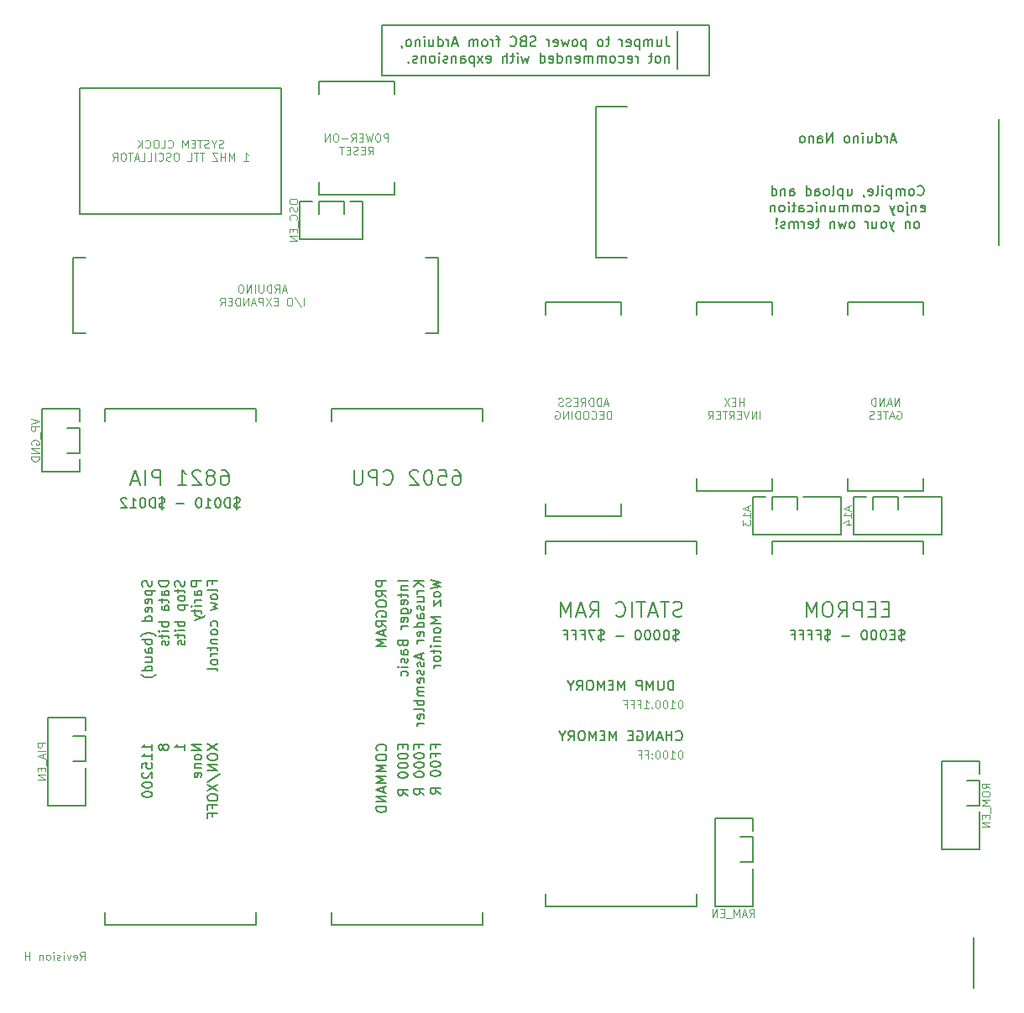
<source format=gbo>
G04 #@! TF.FileFunction,Legend,Bot*
%FSLAX46Y46*%
G04 Gerber Fmt 4.6, Leading zero omitted, Abs format (unit mm)*
G04 Created by KiCad (PCBNEW 4.0.7) date 01/25/20 16:13:12*
%MOMM*%
%LPD*%
G01*
G04 APERTURE LIST*
%ADD10C,0.100000*%
%ADD11C,0.200000*%
%ADD12C,0.150000*%
G04 APERTURE END LIST*
D10*
D11*
X186690000Y-130810000D02*
X186690000Y-121920000D01*
X190500000Y-130810000D02*
X186690000Y-130810000D01*
X190500000Y-127000000D02*
X190500000Y-130810000D01*
X190500000Y-126365000D02*
X189230000Y-126365000D01*
X190500000Y-123825000D02*
X190500000Y-126365000D01*
X189230000Y-123825000D02*
X190500000Y-123825000D01*
X190500000Y-121920000D02*
X190500000Y-123190000D01*
X186690000Y-121920000D02*
X190500000Y-121920000D01*
D10*
X122592381Y-136251905D02*
X122859048Y-135870952D01*
X123049524Y-136251905D02*
X123049524Y-135451905D01*
X122744762Y-135451905D01*
X122668571Y-135490000D01*
X122630476Y-135528095D01*
X122592381Y-135604286D01*
X122592381Y-135718571D01*
X122630476Y-135794762D01*
X122668571Y-135832857D01*
X122744762Y-135870952D01*
X123049524Y-135870952D01*
X121944762Y-136213810D02*
X122020952Y-136251905D01*
X122173333Y-136251905D01*
X122249524Y-136213810D01*
X122287619Y-136137619D01*
X122287619Y-135832857D01*
X122249524Y-135756667D01*
X122173333Y-135718571D01*
X122020952Y-135718571D01*
X121944762Y-135756667D01*
X121906667Y-135832857D01*
X121906667Y-135909048D01*
X122287619Y-135985238D01*
X121640000Y-135718571D02*
X121449524Y-136251905D01*
X121259048Y-135718571D01*
X120954286Y-136251905D02*
X120954286Y-135718571D01*
X120954286Y-135451905D02*
X120992381Y-135490000D01*
X120954286Y-135528095D01*
X120916191Y-135490000D01*
X120954286Y-135451905D01*
X120954286Y-135528095D01*
X120611429Y-136213810D02*
X120535239Y-136251905D01*
X120382858Y-136251905D01*
X120306667Y-136213810D01*
X120268572Y-136137619D01*
X120268572Y-136099524D01*
X120306667Y-136023333D01*
X120382858Y-135985238D01*
X120497143Y-135985238D01*
X120573334Y-135947143D01*
X120611429Y-135870952D01*
X120611429Y-135832857D01*
X120573334Y-135756667D01*
X120497143Y-135718571D01*
X120382858Y-135718571D01*
X120306667Y-135756667D01*
X119925715Y-136251905D02*
X119925715Y-135718571D01*
X119925715Y-135451905D02*
X119963810Y-135490000D01*
X119925715Y-135528095D01*
X119887620Y-135490000D01*
X119925715Y-135451905D01*
X119925715Y-135528095D01*
X119430477Y-136251905D02*
X119506668Y-136213810D01*
X119544763Y-136175714D01*
X119582858Y-136099524D01*
X119582858Y-135870952D01*
X119544763Y-135794762D01*
X119506668Y-135756667D01*
X119430477Y-135718571D01*
X119316191Y-135718571D01*
X119240001Y-135756667D01*
X119201906Y-135794762D01*
X119163810Y-135870952D01*
X119163810Y-136099524D01*
X119201906Y-136175714D01*
X119240001Y-136213810D01*
X119316191Y-136251905D01*
X119430477Y-136251905D01*
X118820953Y-135718571D02*
X118820953Y-136251905D01*
X118820953Y-135794762D02*
X118782858Y-135756667D01*
X118706667Y-135718571D01*
X118592381Y-135718571D01*
X118516191Y-135756667D01*
X118478096Y-135832857D01*
X118478096Y-136251905D01*
X117487619Y-136251905D02*
X117487619Y-135451905D01*
X117487619Y-135832857D02*
X117030476Y-135832857D01*
X117030476Y-136251905D02*
X117030476Y-135451905D01*
X189998333Y-90487619D02*
X189998333Y-90868571D01*
X190226905Y-90411428D02*
X189426905Y-90678095D01*
X190226905Y-90944762D01*
X190226905Y-91630476D02*
X190226905Y-91173333D01*
X190226905Y-91401904D02*
X189426905Y-91401904D01*
X189541190Y-91325714D01*
X189617381Y-91249523D01*
X189655476Y-91173333D01*
X189426905Y-91897143D02*
X189426905Y-92392381D01*
X189731667Y-92125714D01*
X189731667Y-92240000D01*
X189769762Y-92316190D01*
X189807857Y-92354286D01*
X189884048Y-92392381D01*
X190074524Y-92392381D01*
X190150714Y-92354286D01*
X190188810Y-92316190D01*
X190226905Y-92240000D01*
X190226905Y-92011428D01*
X190188810Y-91935238D01*
X190150714Y-91897143D01*
X200158333Y-90487619D02*
X200158333Y-90868571D01*
X200386905Y-90411428D02*
X199586905Y-90678095D01*
X200386905Y-90944762D01*
X200386905Y-91630476D02*
X200386905Y-91173333D01*
X200386905Y-91401904D02*
X199586905Y-91401904D01*
X199701190Y-91325714D01*
X199777381Y-91249523D01*
X199815476Y-91173333D01*
X199853571Y-92316190D02*
X200386905Y-92316190D01*
X199548810Y-92125714D02*
X200120238Y-91935238D01*
X200120238Y-92430476D01*
D12*
X205763096Y-103909762D02*
X205620239Y-103957381D01*
X205382143Y-103957381D01*
X205286905Y-103909762D01*
X205239286Y-103862143D01*
X205191667Y-103766905D01*
X205191667Y-103671667D01*
X205239286Y-103576429D01*
X205286905Y-103528810D01*
X205382143Y-103481190D01*
X205572620Y-103433571D01*
X205667858Y-103385952D01*
X205715477Y-103338333D01*
X205763096Y-103243095D01*
X205763096Y-103147857D01*
X205715477Y-103052619D01*
X205667858Y-103005000D01*
X205572620Y-102957381D01*
X205334524Y-102957381D01*
X205191667Y-103005000D01*
X205477382Y-102814524D02*
X205477382Y-104100238D01*
X204763096Y-103433571D02*
X204429762Y-103433571D01*
X204286905Y-103957381D02*
X204763096Y-103957381D01*
X204763096Y-102957381D01*
X204286905Y-102957381D01*
X203667858Y-102957381D02*
X203572619Y-102957381D01*
X203477381Y-103005000D01*
X203429762Y-103052619D01*
X203382143Y-103147857D01*
X203334524Y-103338333D01*
X203334524Y-103576429D01*
X203382143Y-103766905D01*
X203429762Y-103862143D01*
X203477381Y-103909762D01*
X203572619Y-103957381D01*
X203667858Y-103957381D01*
X203763096Y-103909762D01*
X203810715Y-103862143D01*
X203858334Y-103766905D01*
X203905953Y-103576429D01*
X203905953Y-103338333D01*
X203858334Y-103147857D01*
X203810715Y-103052619D01*
X203763096Y-103005000D01*
X203667858Y-102957381D01*
X202715477Y-102957381D02*
X202620238Y-102957381D01*
X202525000Y-103005000D01*
X202477381Y-103052619D01*
X202429762Y-103147857D01*
X202382143Y-103338333D01*
X202382143Y-103576429D01*
X202429762Y-103766905D01*
X202477381Y-103862143D01*
X202525000Y-103909762D01*
X202620238Y-103957381D01*
X202715477Y-103957381D01*
X202810715Y-103909762D01*
X202858334Y-103862143D01*
X202905953Y-103766905D01*
X202953572Y-103576429D01*
X202953572Y-103338333D01*
X202905953Y-103147857D01*
X202858334Y-103052619D01*
X202810715Y-103005000D01*
X202715477Y-102957381D01*
X201763096Y-102957381D02*
X201667857Y-102957381D01*
X201572619Y-103005000D01*
X201525000Y-103052619D01*
X201477381Y-103147857D01*
X201429762Y-103338333D01*
X201429762Y-103576429D01*
X201477381Y-103766905D01*
X201525000Y-103862143D01*
X201572619Y-103909762D01*
X201667857Y-103957381D01*
X201763096Y-103957381D01*
X201858334Y-103909762D01*
X201905953Y-103862143D01*
X201953572Y-103766905D01*
X202001191Y-103576429D01*
X202001191Y-103338333D01*
X201953572Y-103147857D01*
X201905953Y-103052619D01*
X201858334Y-103005000D01*
X201763096Y-102957381D01*
X200239286Y-103576429D02*
X199477381Y-103576429D01*
X198286905Y-103909762D02*
X198144048Y-103957381D01*
X197905952Y-103957381D01*
X197810714Y-103909762D01*
X197763095Y-103862143D01*
X197715476Y-103766905D01*
X197715476Y-103671667D01*
X197763095Y-103576429D01*
X197810714Y-103528810D01*
X197905952Y-103481190D01*
X198096429Y-103433571D01*
X198191667Y-103385952D01*
X198239286Y-103338333D01*
X198286905Y-103243095D01*
X198286905Y-103147857D01*
X198239286Y-103052619D01*
X198191667Y-103005000D01*
X198096429Y-102957381D01*
X197858333Y-102957381D01*
X197715476Y-103005000D01*
X198001191Y-102814524D02*
X198001191Y-104100238D01*
X196953571Y-103433571D02*
X197286905Y-103433571D01*
X197286905Y-103957381D02*
X197286905Y-102957381D01*
X196810714Y-102957381D01*
X196096428Y-103433571D02*
X196429762Y-103433571D01*
X196429762Y-103957381D02*
X196429762Y-102957381D01*
X195953571Y-102957381D01*
X195239285Y-103433571D02*
X195572619Y-103433571D01*
X195572619Y-103957381D02*
X195572619Y-102957381D01*
X195096428Y-102957381D01*
X194382142Y-103433571D02*
X194715476Y-103433571D01*
X194715476Y-103957381D02*
X194715476Y-102957381D01*
X194239285Y-102957381D01*
X204167857Y-100857857D02*
X203667857Y-100857857D01*
X203453571Y-101643571D02*
X204167857Y-101643571D01*
X204167857Y-100143571D01*
X203453571Y-100143571D01*
X202810714Y-100857857D02*
X202310714Y-100857857D01*
X202096428Y-101643571D02*
X202810714Y-101643571D01*
X202810714Y-100143571D01*
X202096428Y-100143571D01*
X201453571Y-101643571D02*
X201453571Y-100143571D01*
X200882143Y-100143571D01*
X200739285Y-100215000D01*
X200667857Y-100286429D01*
X200596428Y-100429286D01*
X200596428Y-100643571D01*
X200667857Y-100786429D01*
X200739285Y-100857857D01*
X200882143Y-100929286D01*
X201453571Y-100929286D01*
X199096428Y-101643571D02*
X199596428Y-100929286D01*
X199953571Y-101643571D02*
X199953571Y-100143571D01*
X199382143Y-100143571D01*
X199239285Y-100215000D01*
X199167857Y-100286429D01*
X199096428Y-100429286D01*
X199096428Y-100643571D01*
X199167857Y-100786429D01*
X199239285Y-100857857D01*
X199382143Y-100929286D01*
X199953571Y-100929286D01*
X198167857Y-100143571D02*
X197882143Y-100143571D01*
X197739285Y-100215000D01*
X197596428Y-100357857D01*
X197525000Y-100643571D01*
X197525000Y-101143571D01*
X197596428Y-101429286D01*
X197739285Y-101572143D01*
X197882143Y-101643571D01*
X198167857Y-101643571D01*
X198310714Y-101572143D01*
X198453571Y-101429286D01*
X198525000Y-101143571D01*
X198525000Y-100643571D01*
X198453571Y-100357857D01*
X198310714Y-100215000D01*
X198167857Y-100143571D01*
X196882142Y-101643571D02*
X196882142Y-100143571D01*
X196382142Y-101215000D01*
X195882142Y-100143571D01*
X195882142Y-101643571D01*
D11*
X192405000Y-93980000D02*
X207645000Y-93980000D01*
X209550000Y-93345000D02*
X209550000Y-89535000D01*
X200660000Y-93345000D02*
X209550000Y-93345000D01*
X200660000Y-89535000D02*
X200660000Y-93345000D01*
X199390000Y-93345000D02*
X199390000Y-89535000D01*
X190500000Y-93345000D02*
X199390000Y-93345000D01*
D12*
X160289285Y-86808571D02*
X160574999Y-86808571D01*
X160717856Y-86880000D01*
X160789285Y-86951429D01*
X160932142Y-87165714D01*
X161003571Y-87451429D01*
X161003571Y-88022857D01*
X160932142Y-88165714D01*
X160860714Y-88237143D01*
X160717856Y-88308571D01*
X160432142Y-88308571D01*
X160289285Y-88237143D01*
X160217856Y-88165714D01*
X160146428Y-88022857D01*
X160146428Y-87665714D01*
X160217856Y-87522857D01*
X160289285Y-87451429D01*
X160432142Y-87380000D01*
X160717856Y-87380000D01*
X160860714Y-87451429D01*
X160932142Y-87522857D01*
X161003571Y-87665714D01*
X158789285Y-86808571D02*
X159503571Y-86808571D01*
X159575000Y-87522857D01*
X159503571Y-87451429D01*
X159360714Y-87380000D01*
X159003571Y-87380000D01*
X158860714Y-87451429D01*
X158789285Y-87522857D01*
X158717857Y-87665714D01*
X158717857Y-88022857D01*
X158789285Y-88165714D01*
X158860714Y-88237143D01*
X159003571Y-88308571D01*
X159360714Y-88308571D01*
X159503571Y-88237143D01*
X159575000Y-88165714D01*
X157789286Y-86808571D02*
X157646429Y-86808571D01*
X157503572Y-86880000D01*
X157432143Y-86951429D01*
X157360714Y-87094286D01*
X157289286Y-87380000D01*
X157289286Y-87737143D01*
X157360714Y-88022857D01*
X157432143Y-88165714D01*
X157503572Y-88237143D01*
X157646429Y-88308571D01*
X157789286Y-88308571D01*
X157932143Y-88237143D01*
X158003572Y-88165714D01*
X158075000Y-88022857D01*
X158146429Y-87737143D01*
X158146429Y-87380000D01*
X158075000Y-87094286D01*
X158003572Y-86951429D01*
X157932143Y-86880000D01*
X157789286Y-86808571D01*
X156717858Y-86951429D02*
X156646429Y-86880000D01*
X156503572Y-86808571D01*
X156146429Y-86808571D01*
X156003572Y-86880000D01*
X155932143Y-86951429D01*
X155860715Y-87094286D01*
X155860715Y-87237143D01*
X155932143Y-87451429D01*
X156789286Y-88308571D01*
X155860715Y-88308571D01*
X153217858Y-88165714D02*
X153289287Y-88237143D01*
X153503573Y-88308571D01*
X153646430Y-88308571D01*
X153860715Y-88237143D01*
X154003573Y-88094286D01*
X154075001Y-87951429D01*
X154146430Y-87665714D01*
X154146430Y-87451429D01*
X154075001Y-87165714D01*
X154003573Y-87022857D01*
X153860715Y-86880000D01*
X153646430Y-86808571D01*
X153503573Y-86808571D01*
X153289287Y-86880000D01*
X153217858Y-86951429D01*
X152575001Y-88308571D02*
X152575001Y-86808571D01*
X152003573Y-86808571D01*
X151860715Y-86880000D01*
X151789287Y-86951429D01*
X151717858Y-87094286D01*
X151717858Y-87308571D01*
X151789287Y-87451429D01*
X151860715Y-87522857D01*
X152003573Y-87594286D01*
X152575001Y-87594286D01*
X151075001Y-86808571D02*
X151075001Y-88022857D01*
X151003573Y-88165714D01*
X150932144Y-88237143D01*
X150789287Y-88308571D01*
X150503573Y-88308571D01*
X150360715Y-88237143D01*
X150289287Y-88165714D01*
X150217858Y-88022857D01*
X150217858Y-86808571D01*
X138715000Y-90574762D02*
X138572143Y-90622381D01*
X138334047Y-90622381D01*
X138238809Y-90574762D01*
X138191190Y-90527143D01*
X138143571Y-90431905D01*
X138143571Y-90336667D01*
X138191190Y-90241429D01*
X138238809Y-90193810D01*
X138334047Y-90146190D01*
X138524524Y-90098571D01*
X138619762Y-90050952D01*
X138667381Y-90003333D01*
X138715000Y-89908095D01*
X138715000Y-89812857D01*
X138667381Y-89717619D01*
X138619762Y-89670000D01*
X138524524Y-89622381D01*
X138286428Y-89622381D01*
X138143571Y-89670000D01*
X138429286Y-89479524D02*
X138429286Y-90765238D01*
X137715000Y-90622381D02*
X137715000Y-89622381D01*
X137476905Y-89622381D01*
X137334047Y-89670000D01*
X137238809Y-89765238D01*
X137191190Y-89860476D01*
X137143571Y-90050952D01*
X137143571Y-90193810D01*
X137191190Y-90384286D01*
X137238809Y-90479524D01*
X137334047Y-90574762D01*
X137476905Y-90622381D01*
X137715000Y-90622381D01*
X136524524Y-89622381D02*
X136429285Y-89622381D01*
X136334047Y-89670000D01*
X136286428Y-89717619D01*
X136238809Y-89812857D01*
X136191190Y-90003333D01*
X136191190Y-90241429D01*
X136238809Y-90431905D01*
X136286428Y-90527143D01*
X136334047Y-90574762D01*
X136429285Y-90622381D01*
X136524524Y-90622381D01*
X136619762Y-90574762D01*
X136667381Y-90527143D01*
X136715000Y-90431905D01*
X136762619Y-90241429D01*
X136762619Y-90003333D01*
X136715000Y-89812857D01*
X136667381Y-89717619D01*
X136619762Y-89670000D01*
X136524524Y-89622381D01*
X135238809Y-90622381D02*
X135810238Y-90622381D01*
X135524524Y-90622381D02*
X135524524Y-89622381D01*
X135619762Y-89765238D01*
X135715000Y-89860476D01*
X135810238Y-89908095D01*
X134619762Y-89622381D02*
X134524523Y-89622381D01*
X134429285Y-89670000D01*
X134381666Y-89717619D01*
X134334047Y-89812857D01*
X134286428Y-90003333D01*
X134286428Y-90241429D01*
X134334047Y-90431905D01*
X134381666Y-90527143D01*
X134429285Y-90574762D01*
X134524523Y-90622381D01*
X134619762Y-90622381D01*
X134715000Y-90574762D01*
X134762619Y-90527143D01*
X134810238Y-90431905D01*
X134857857Y-90241429D01*
X134857857Y-90003333D01*
X134810238Y-89812857D01*
X134762619Y-89717619D01*
X134715000Y-89670000D01*
X134619762Y-89622381D01*
X133095952Y-90241429D02*
X132334047Y-90241429D01*
X131143571Y-90574762D02*
X131000714Y-90622381D01*
X130762618Y-90622381D01*
X130667380Y-90574762D01*
X130619761Y-90527143D01*
X130572142Y-90431905D01*
X130572142Y-90336667D01*
X130619761Y-90241429D01*
X130667380Y-90193810D01*
X130762618Y-90146190D01*
X130953095Y-90098571D01*
X131048333Y-90050952D01*
X131095952Y-90003333D01*
X131143571Y-89908095D01*
X131143571Y-89812857D01*
X131095952Y-89717619D01*
X131048333Y-89670000D01*
X130953095Y-89622381D01*
X130714999Y-89622381D01*
X130572142Y-89670000D01*
X130857857Y-89479524D02*
X130857857Y-90765238D01*
X130143571Y-90622381D02*
X130143571Y-89622381D01*
X129905476Y-89622381D01*
X129762618Y-89670000D01*
X129667380Y-89765238D01*
X129619761Y-89860476D01*
X129572142Y-90050952D01*
X129572142Y-90193810D01*
X129619761Y-90384286D01*
X129667380Y-90479524D01*
X129762618Y-90574762D01*
X129905476Y-90622381D01*
X130143571Y-90622381D01*
X128953095Y-89622381D02*
X128857856Y-89622381D01*
X128762618Y-89670000D01*
X128714999Y-89717619D01*
X128667380Y-89812857D01*
X128619761Y-90003333D01*
X128619761Y-90241429D01*
X128667380Y-90431905D01*
X128714999Y-90527143D01*
X128762618Y-90574762D01*
X128857856Y-90622381D01*
X128953095Y-90622381D01*
X129048333Y-90574762D01*
X129095952Y-90527143D01*
X129143571Y-90431905D01*
X129191190Y-90241429D01*
X129191190Y-90003333D01*
X129143571Y-89812857D01*
X129095952Y-89717619D01*
X129048333Y-89670000D01*
X128953095Y-89622381D01*
X127667380Y-90622381D02*
X128238809Y-90622381D01*
X127953095Y-90622381D02*
X127953095Y-89622381D01*
X128048333Y-89765238D01*
X128143571Y-89860476D01*
X128238809Y-89908095D01*
X127286428Y-89717619D02*
X127238809Y-89670000D01*
X127143571Y-89622381D01*
X126905475Y-89622381D01*
X126810237Y-89670000D01*
X126762618Y-89717619D01*
X126714999Y-89812857D01*
X126714999Y-89908095D01*
X126762618Y-90050952D01*
X127334047Y-90622381D01*
X126714999Y-90622381D01*
X136893570Y-86808571D02*
X137179284Y-86808571D01*
X137322141Y-86880000D01*
X137393570Y-86951429D01*
X137536427Y-87165714D01*
X137607856Y-87451429D01*
X137607856Y-88022857D01*
X137536427Y-88165714D01*
X137464999Y-88237143D01*
X137322141Y-88308571D01*
X137036427Y-88308571D01*
X136893570Y-88237143D01*
X136822141Y-88165714D01*
X136750713Y-88022857D01*
X136750713Y-87665714D01*
X136822141Y-87522857D01*
X136893570Y-87451429D01*
X137036427Y-87380000D01*
X137322141Y-87380000D01*
X137464999Y-87451429D01*
X137536427Y-87522857D01*
X137607856Y-87665714D01*
X135893570Y-87451429D02*
X136036428Y-87380000D01*
X136107856Y-87308571D01*
X136179285Y-87165714D01*
X136179285Y-87094286D01*
X136107856Y-86951429D01*
X136036428Y-86880000D01*
X135893570Y-86808571D01*
X135607856Y-86808571D01*
X135464999Y-86880000D01*
X135393570Y-86951429D01*
X135322142Y-87094286D01*
X135322142Y-87165714D01*
X135393570Y-87308571D01*
X135464999Y-87380000D01*
X135607856Y-87451429D01*
X135893570Y-87451429D01*
X136036428Y-87522857D01*
X136107856Y-87594286D01*
X136179285Y-87737143D01*
X136179285Y-88022857D01*
X136107856Y-88165714D01*
X136036428Y-88237143D01*
X135893570Y-88308571D01*
X135607856Y-88308571D01*
X135464999Y-88237143D01*
X135393570Y-88165714D01*
X135322142Y-88022857D01*
X135322142Y-87737143D01*
X135393570Y-87594286D01*
X135464999Y-87522857D01*
X135607856Y-87451429D01*
X134750714Y-86951429D02*
X134679285Y-86880000D01*
X134536428Y-86808571D01*
X134179285Y-86808571D01*
X134036428Y-86880000D01*
X133964999Y-86951429D01*
X133893571Y-87094286D01*
X133893571Y-87237143D01*
X133964999Y-87451429D01*
X134822142Y-88308571D01*
X133893571Y-88308571D01*
X132465000Y-88308571D02*
X133322143Y-88308571D01*
X132893571Y-88308571D02*
X132893571Y-86808571D01*
X133036428Y-87022857D01*
X133179286Y-87165714D01*
X133322143Y-87237143D01*
X130679286Y-88308571D02*
X130679286Y-86808571D01*
X130107858Y-86808571D01*
X129965000Y-86880000D01*
X129893572Y-86951429D01*
X129822143Y-87094286D01*
X129822143Y-87308571D01*
X129893572Y-87451429D01*
X129965000Y-87522857D01*
X130107858Y-87594286D01*
X130679286Y-87594286D01*
X129179286Y-88308571D02*
X129179286Y-86808571D01*
X128536429Y-87880000D02*
X127822143Y-87880000D01*
X128679286Y-88308571D02*
X128179286Y-86808571D01*
X127679286Y-88308571D01*
D10*
X183172143Y-115116905D02*
X183095952Y-115116905D01*
X183019762Y-115155000D01*
X182981667Y-115193095D01*
X182943571Y-115269286D01*
X182905476Y-115421667D01*
X182905476Y-115612143D01*
X182943571Y-115764524D01*
X182981667Y-115840714D01*
X183019762Y-115878810D01*
X183095952Y-115916905D01*
X183172143Y-115916905D01*
X183248333Y-115878810D01*
X183286429Y-115840714D01*
X183324524Y-115764524D01*
X183362619Y-115612143D01*
X183362619Y-115421667D01*
X183324524Y-115269286D01*
X183286429Y-115193095D01*
X183248333Y-115155000D01*
X183172143Y-115116905D01*
X182143571Y-115916905D02*
X182600714Y-115916905D01*
X182372143Y-115916905D02*
X182372143Y-115116905D01*
X182448333Y-115231190D01*
X182524524Y-115307381D01*
X182600714Y-115345476D01*
X181648333Y-115116905D02*
X181572142Y-115116905D01*
X181495952Y-115155000D01*
X181457857Y-115193095D01*
X181419761Y-115269286D01*
X181381666Y-115421667D01*
X181381666Y-115612143D01*
X181419761Y-115764524D01*
X181457857Y-115840714D01*
X181495952Y-115878810D01*
X181572142Y-115916905D01*
X181648333Y-115916905D01*
X181724523Y-115878810D01*
X181762619Y-115840714D01*
X181800714Y-115764524D01*
X181838809Y-115612143D01*
X181838809Y-115421667D01*
X181800714Y-115269286D01*
X181762619Y-115193095D01*
X181724523Y-115155000D01*
X181648333Y-115116905D01*
X180886428Y-115116905D02*
X180810237Y-115116905D01*
X180734047Y-115155000D01*
X180695952Y-115193095D01*
X180657856Y-115269286D01*
X180619761Y-115421667D01*
X180619761Y-115612143D01*
X180657856Y-115764524D01*
X180695952Y-115840714D01*
X180734047Y-115878810D01*
X180810237Y-115916905D01*
X180886428Y-115916905D01*
X180962618Y-115878810D01*
X181000714Y-115840714D01*
X181038809Y-115764524D01*
X181076904Y-115612143D01*
X181076904Y-115421667D01*
X181038809Y-115269286D01*
X181000714Y-115193095D01*
X180962618Y-115155000D01*
X180886428Y-115116905D01*
X180276904Y-115840714D02*
X180238809Y-115878810D01*
X180276904Y-115916905D01*
X180314999Y-115878810D01*
X180276904Y-115840714D01*
X180276904Y-115916905D01*
X180276904Y-115421667D02*
X180238809Y-115459762D01*
X180276904Y-115497857D01*
X180314999Y-115459762D01*
X180276904Y-115421667D01*
X180276904Y-115497857D01*
X179629285Y-115497857D02*
X179895952Y-115497857D01*
X179895952Y-115916905D02*
X179895952Y-115116905D01*
X179514999Y-115116905D01*
X178943571Y-115497857D02*
X179210238Y-115497857D01*
X179210238Y-115916905D02*
X179210238Y-115116905D01*
X178829285Y-115116905D01*
D12*
X182712619Y-114022143D02*
X182760238Y-114069762D01*
X182903095Y-114117381D01*
X182998333Y-114117381D01*
X183141191Y-114069762D01*
X183236429Y-113974524D01*
X183284048Y-113879286D01*
X183331667Y-113688810D01*
X183331667Y-113545952D01*
X183284048Y-113355476D01*
X183236429Y-113260238D01*
X183141191Y-113165000D01*
X182998333Y-113117381D01*
X182903095Y-113117381D01*
X182760238Y-113165000D01*
X182712619Y-113212619D01*
X182284048Y-114117381D02*
X182284048Y-113117381D01*
X182284048Y-113593571D02*
X181712619Y-113593571D01*
X181712619Y-114117381D02*
X181712619Y-113117381D01*
X181284048Y-113831667D02*
X180807857Y-113831667D01*
X181379286Y-114117381D02*
X181045953Y-113117381D01*
X180712619Y-114117381D01*
X180379286Y-114117381D02*
X180379286Y-113117381D01*
X179807857Y-114117381D01*
X179807857Y-113117381D01*
X178807857Y-113165000D02*
X178903095Y-113117381D01*
X179045952Y-113117381D01*
X179188810Y-113165000D01*
X179284048Y-113260238D01*
X179331667Y-113355476D01*
X179379286Y-113545952D01*
X179379286Y-113688810D01*
X179331667Y-113879286D01*
X179284048Y-113974524D01*
X179188810Y-114069762D01*
X179045952Y-114117381D01*
X178950714Y-114117381D01*
X178807857Y-114069762D01*
X178760238Y-114022143D01*
X178760238Y-113688810D01*
X178950714Y-113688810D01*
X178331667Y-113593571D02*
X177998333Y-113593571D01*
X177855476Y-114117381D02*
X178331667Y-114117381D01*
X178331667Y-113117381D01*
X177855476Y-113117381D01*
X176665000Y-114117381D02*
X176665000Y-113117381D01*
X176331666Y-113831667D01*
X175998333Y-113117381D01*
X175998333Y-114117381D01*
X175522143Y-113593571D02*
X175188809Y-113593571D01*
X175045952Y-114117381D02*
X175522143Y-114117381D01*
X175522143Y-113117381D01*
X175045952Y-113117381D01*
X174617381Y-114117381D02*
X174617381Y-113117381D01*
X174284047Y-113831667D01*
X173950714Y-113117381D01*
X173950714Y-114117381D01*
X173284048Y-113117381D02*
X173093571Y-113117381D01*
X172998333Y-113165000D01*
X172903095Y-113260238D01*
X172855476Y-113450714D01*
X172855476Y-113784048D01*
X172903095Y-113974524D01*
X172998333Y-114069762D01*
X173093571Y-114117381D01*
X173284048Y-114117381D01*
X173379286Y-114069762D01*
X173474524Y-113974524D01*
X173522143Y-113784048D01*
X173522143Y-113450714D01*
X173474524Y-113260238D01*
X173379286Y-113165000D01*
X173284048Y-113117381D01*
X171855476Y-114117381D02*
X172188810Y-113641190D01*
X172426905Y-114117381D02*
X172426905Y-113117381D01*
X172045952Y-113117381D01*
X171950714Y-113165000D01*
X171903095Y-113212619D01*
X171855476Y-113307857D01*
X171855476Y-113450714D01*
X171903095Y-113545952D01*
X171950714Y-113593571D01*
X172045952Y-113641190D01*
X172426905Y-113641190D01*
X171236429Y-113641190D02*
X171236429Y-114117381D01*
X171569762Y-113117381D02*
X171236429Y-113641190D01*
X170903095Y-113117381D01*
X182450714Y-109037381D02*
X182450714Y-108037381D01*
X182212619Y-108037381D01*
X182069761Y-108085000D01*
X181974523Y-108180238D01*
X181926904Y-108275476D01*
X181879285Y-108465952D01*
X181879285Y-108608810D01*
X181926904Y-108799286D01*
X181974523Y-108894524D01*
X182069761Y-108989762D01*
X182212619Y-109037381D01*
X182450714Y-109037381D01*
X181450714Y-108037381D02*
X181450714Y-108846905D01*
X181403095Y-108942143D01*
X181355476Y-108989762D01*
X181260238Y-109037381D01*
X181069761Y-109037381D01*
X180974523Y-108989762D01*
X180926904Y-108942143D01*
X180879285Y-108846905D01*
X180879285Y-108037381D01*
X180403095Y-109037381D02*
X180403095Y-108037381D01*
X180069761Y-108751667D01*
X179736428Y-108037381D01*
X179736428Y-109037381D01*
X179260238Y-109037381D02*
X179260238Y-108037381D01*
X178879285Y-108037381D01*
X178784047Y-108085000D01*
X178736428Y-108132619D01*
X178688809Y-108227857D01*
X178688809Y-108370714D01*
X178736428Y-108465952D01*
X178784047Y-108513571D01*
X178879285Y-108561190D01*
X179260238Y-108561190D01*
X177498333Y-109037381D02*
X177498333Y-108037381D01*
X177164999Y-108751667D01*
X176831666Y-108037381D01*
X176831666Y-109037381D01*
X176355476Y-108513571D02*
X176022142Y-108513571D01*
X175879285Y-109037381D02*
X176355476Y-109037381D01*
X176355476Y-108037381D01*
X175879285Y-108037381D01*
X175450714Y-109037381D02*
X175450714Y-108037381D01*
X175117380Y-108751667D01*
X174784047Y-108037381D01*
X174784047Y-109037381D01*
X174117381Y-108037381D02*
X173926904Y-108037381D01*
X173831666Y-108085000D01*
X173736428Y-108180238D01*
X173688809Y-108370714D01*
X173688809Y-108704048D01*
X173736428Y-108894524D01*
X173831666Y-108989762D01*
X173926904Y-109037381D01*
X174117381Y-109037381D01*
X174212619Y-108989762D01*
X174307857Y-108894524D01*
X174355476Y-108704048D01*
X174355476Y-108370714D01*
X174307857Y-108180238D01*
X174212619Y-108085000D01*
X174117381Y-108037381D01*
X172688809Y-109037381D02*
X173022143Y-108561190D01*
X173260238Y-109037381D02*
X173260238Y-108037381D01*
X172879285Y-108037381D01*
X172784047Y-108085000D01*
X172736428Y-108132619D01*
X172688809Y-108227857D01*
X172688809Y-108370714D01*
X172736428Y-108465952D01*
X172784047Y-108513571D01*
X172879285Y-108561190D01*
X173260238Y-108561190D01*
X172069762Y-108561190D02*
X172069762Y-109037381D01*
X172403095Y-108037381D02*
X172069762Y-108561190D01*
X171736428Y-108037381D01*
X182974524Y-103909762D02*
X182831667Y-103957381D01*
X182593571Y-103957381D01*
X182498333Y-103909762D01*
X182450714Y-103862143D01*
X182403095Y-103766905D01*
X182403095Y-103671667D01*
X182450714Y-103576429D01*
X182498333Y-103528810D01*
X182593571Y-103481190D01*
X182784048Y-103433571D01*
X182879286Y-103385952D01*
X182926905Y-103338333D01*
X182974524Y-103243095D01*
X182974524Y-103147857D01*
X182926905Y-103052619D01*
X182879286Y-103005000D01*
X182784048Y-102957381D01*
X182545952Y-102957381D01*
X182403095Y-103005000D01*
X182688810Y-102814524D02*
X182688810Y-104100238D01*
X181784048Y-102957381D02*
X181688809Y-102957381D01*
X181593571Y-103005000D01*
X181545952Y-103052619D01*
X181498333Y-103147857D01*
X181450714Y-103338333D01*
X181450714Y-103576429D01*
X181498333Y-103766905D01*
X181545952Y-103862143D01*
X181593571Y-103909762D01*
X181688809Y-103957381D01*
X181784048Y-103957381D01*
X181879286Y-103909762D01*
X181926905Y-103862143D01*
X181974524Y-103766905D01*
X182022143Y-103576429D01*
X182022143Y-103338333D01*
X181974524Y-103147857D01*
X181926905Y-103052619D01*
X181879286Y-103005000D01*
X181784048Y-102957381D01*
X180831667Y-102957381D02*
X180736428Y-102957381D01*
X180641190Y-103005000D01*
X180593571Y-103052619D01*
X180545952Y-103147857D01*
X180498333Y-103338333D01*
X180498333Y-103576429D01*
X180545952Y-103766905D01*
X180593571Y-103862143D01*
X180641190Y-103909762D01*
X180736428Y-103957381D01*
X180831667Y-103957381D01*
X180926905Y-103909762D01*
X180974524Y-103862143D01*
X181022143Y-103766905D01*
X181069762Y-103576429D01*
X181069762Y-103338333D01*
X181022143Y-103147857D01*
X180974524Y-103052619D01*
X180926905Y-103005000D01*
X180831667Y-102957381D01*
X179879286Y-102957381D02*
X179784047Y-102957381D01*
X179688809Y-103005000D01*
X179641190Y-103052619D01*
X179593571Y-103147857D01*
X179545952Y-103338333D01*
X179545952Y-103576429D01*
X179593571Y-103766905D01*
X179641190Y-103862143D01*
X179688809Y-103909762D01*
X179784047Y-103957381D01*
X179879286Y-103957381D01*
X179974524Y-103909762D01*
X180022143Y-103862143D01*
X180069762Y-103766905D01*
X180117381Y-103576429D01*
X180117381Y-103338333D01*
X180069762Y-103147857D01*
X180022143Y-103052619D01*
X179974524Y-103005000D01*
X179879286Y-102957381D01*
X178926905Y-102957381D02*
X178831666Y-102957381D01*
X178736428Y-103005000D01*
X178688809Y-103052619D01*
X178641190Y-103147857D01*
X178593571Y-103338333D01*
X178593571Y-103576429D01*
X178641190Y-103766905D01*
X178688809Y-103862143D01*
X178736428Y-103909762D01*
X178831666Y-103957381D01*
X178926905Y-103957381D01*
X179022143Y-103909762D01*
X179069762Y-103862143D01*
X179117381Y-103766905D01*
X179165000Y-103576429D01*
X179165000Y-103338333D01*
X179117381Y-103147857D01*
X179069762Y-103052619D01*
X179022143Y-103005000D01*
X178926905Y-102957381D01*
X177403095Y-103576429D02*
X176641190Y-103576429D01*
X175450714Y-103909762D02*
X175307857Y-103957381D01*
X175069761Y-103957381D01*
X174974523Y-103909762D01*
X174926904Y-103862143D01*
X174879285Y-103766905D01*
X174879285Y-103671667D01*
X174926904Y-103576429D01*
X174974523Y-103528810D01*
X175069761Y-103481190D01*
X175260238Y-103433571D01*
X175355476Y-103385952D01*
X175403095Y-103338333D01*
X175450714Y-103243095D01*
X175450714Y-103147857D01*
X175403095Y-103052619D01*
X175355476Y-103005000D01*
X175260238Y-102957381D01*
X175022142Y-102957381D01*
X174879285Y-103005000D01*
X175165000Y-102814524D02*
X175165000Y-104100238D01*
X174545952Y-102957381D02*
X173879285Y-102957381D01*
X174307857Y-103957381D01*
X173164999Y-103433571D02*
X173498333Y-103433571D01*
X173498333Y-103957381D02*
X173498333Y-102957381D01*
X173022142Y-102957381D01*
X172307856Y-103433571D02*
X172641190Y-103433571D01*
X172641190Y-103957381D02*
X172641190Y-102957381D01*
X172164999Y-102957381D01*
X171450713Y-103433571D02*
X171784047Y-103433571D01*
X171784047Y-103957381D02*
X171784047Y-102957381D01*
X171307856Y-102957381D01*
X183307857Y-101572143D02*
X183093571Y-101643571D01*
X182736428Y-101643571D01*
X182593571Y-101572143D01*
X182522142Y-101500714D01*
X182450714Y-101357857D01*
X182450714Y-101215000D01*
X182522142Y-101072143D01*
X182593571Y-101000714D01*
X182736428Y-100929286D01*
X183022142Y-100857857D01*
X183165000Y-100786429D01*
X183236428Y-100715000D01*
X183307857Y-100572143D01*
X183307857Y-100429286D01*
X183236428Y-100286429D01*
X183165000Y-100215000D01*
X183022142Y-100143571D01*
X182665000Y-100143571D01*
X182450714Y-100215000D01*
X182022143Y-100143571D02*
X181165000Y-100143571D01*
X181593571Y-101643571D02*
X181593571Y-100143571D01*
X180736429Y-101215000D02*
X180022143Y-101215000D01*
X180879286Y-101643571D02*
X180379286Y-100143571D01*
X179879286Y-101643571D01*
X179593572Y-100143571D02*
X178736429Y-100143571D01*
X179165000Y-101643571D02*
X179165000Y-100143571D01*
X178236429Y-101643571D02*
X178236429Y-100143571D01*
X176665000Y-101500714D02*
X176736429Y-101572143D01*
X176950715Y-101643571D01*
X177093572Y-101643571D01*
X177307857Y-101572143D01*
X177450715Y-101429286D01*
X177522143Y-101286429D01*
X177593572Y-101000714D01*
X177593572Y-100786429D01*
X177522143Y-100500714D01*
X177450715Y-100357857D01*
X177307857Y-100215000D01*
X177093572Y-100143571D01*
X176950715Y-100143571D01*
X176736429Y-100215000D01*
X176665000Y-100286429D01*
X174022143Y-101643571D02*
X174522143Y-100929286D01*
X174879286Y-101643571D02*
X174879286Y-100143571D01*
X174307858Y-100143571D01*
X174165000Y-100215000D01*
X174093572Y-100286429D01*
X174022143Y-100429286D01*
X174022143Y-100643571D01*
X174093572Y-100786429D01*
X174165000Y-100857857D01*
X174307858Y-100929286D01*
X174879286Y-100929286D01*
X173450715Y-101215000D02*
X172736429Y-101215000D01*
X173593572Y-101643571D02*
X173093572Y-100143571D01*
X172593572Y-101643571D01*
X172093572Y-101643571D02*
X172093572Y-100143571D01*
X171593572Y-101215000D01*
X171093572Y-100143571D01*
X171093572Y-101643571D01*
D11*
X194945000Y-89535000D02*
X194945000Y-90805000D01*
X192405000Y-89535000D02*
X194945000Y-89535000D01*
X192405000Y-90805000D02*
X192405000Y-89535000D01*
X205740000Y-89535000D02*
X209550000Y-89535000D01*
X205105000Y-89535000D02*
X205105000Y-90805000D01*
X202565000Y-89535000D02*
X205105000Y-89535000D01*
X202565000Y-89535000D02*
X202565000Y-90805000D01*
X200660000Y-89535000D02*
X201930000Y-89535000D01*
X195580000Y-89535000D02*
X199390000Y-89535000D01*
X190500000Y-89535000D02*
X191770000Y-89535000D01*
X190500000Y-93345000D02*
X190500000Y-89535000D01*
X207645000Y-95250000D02*
X207645000Y-93980000D01*
X192405000Y-95250000D02*
X192405000Y-93980000D01*
X213360000Y-117475000D02*
X213360000Y-116205000D01*
X213360000Y-125095000D02*
X213360000Y-121285000D01*
X209550000Y-125095000D02*
X213360000Y-125095000D01*
X209550000Y-121920000D02*
X209550000Y-125095000D01*
X213360000Y-120650000D02*
X212090000Y-120650000D01*
X213360000Y-118110000D02*
X213360000Y-120650000D01*
X212090000Y-118110000D02*
X213360000Y-118110000D01*
X169545000Y-130810000D02*
X184785000Y-130810000D01*
X169545000Y-129540000D02*
X169545000Y-130810000D01*
X123190000Y-113030000D02*
X123190000Y-111760000D01*
X123190000Y-113665000D02*
X121920000Y-113665000D01*
X123190000Y-116205000D02*
X123190000Y-113665000D01*
X121920000Y-116205000D02*
X123190000Y-116205000D01*
X123190000Y-120650000D02*
X123190000Y-116840000D01*
X119380000Y-120650000D02*
X123190000Y-120650000D01*
X119380000Y-117475000D02*
X119380000Y-120650000D01*
X122555000Y-85725000D02*
X122555000Y-86995000D01*
X122555000Y-80645000D02*
X122555000Y-81915000D01*
X122555000Y-85090000D02*
X121285000Y-85090000D01*
X122555000Y-82550000D02*
X122555000Y-85090000D01*
X121285000Y-82550000D02*
X122555000Y-82550000D01*
X149860000Y-59690000D02*
X151130000Y-59690000D01*
X144780000Y-59690000D02*
X146050000Y-59690000D01*
X149225000Y-59690000D02*
X149225000Y-60960000D01*
X146685000Y-59690000D02*
X149225000Y-59690000D01*
X146685000Y-60960000D02*
X146685000Y-59690000D01*
X154305000Y-59055000D02*
X154305000Y-57785000D01*
X146685000Y-59055000D02*
X154305000Y-59055000D01*
X146685000Y-57785000D02*
X146685000Y-59055000D01*
X154305000Y-47625000D02*
X154305000Y-48895000D01*
X146685000Y-47625000D02*
X154305000Y-47625000D01*
X146685000Y-48895000D02*
X146685000Y-47625000D01*
X177165000Y-91440000D02*
X177165000Y-90170000D01*
X169545000Y-91440000D02*
X177165000Y-91440000D01*
X169545000Y-90170000D02*
X169545000Y-91440000D01*
X192405000Y-88900000D02*
X192405000Y-87630000D01*
X184785000Y-88900000D02*
X192405000Y-88900000D01*
X184785000Y-87630000D02*
X184785000Y-88900000D01*
X207645000Y-88900000D02*
X207645000Y-87630000D01*
X200025000Y-88900000D02*
X207645000Y-88900000D01*
X200025000Y-87630000D02*
X200025000Y-88900000D01*
X207645000Y-69850000D02*
X207645000Y-71120000D01*
X200025000Y-69850000D02*
X207645000Y-69850000D01*
X200025000Y-71120000D02*
X200025000Y-69850000D01*
X192405000Y-69850000D02*
X192405000Y-71120000D01*
X184785000Y-69850000D02*
X192405000Y-69850000D01*
X184785000Y-71120000D02*
X184785000Y-69850000D01*
X177165000Y-69850000D02*
X177165000Y-71120000D01*
X169545000Y-69850000D02*
X177165000Y-69850000D01*
X169545000Y-71120000D02*
X169545000Y-69850000D01*
X174625000Y-50165000D02*
X177800000Y-50165000D01*
X174625000Y-65405000D02*
X174625000Y-50165000D01*
X177800000Y-65405000D02*
X174625000Y-65405000D01*
X158750000Y-73025000D02*
X157480000Y-73025000D01*
X158750000Y-65405000D02*
X158750000Y-73025000D01*
X157480000Y-65405000D02*
X158750000Y-65405000D01*
X121920000Y-73025000D02*
X123190000Y-73025000D01*
X121920000Y-65405000D02*
X121920000Y-73025000D01*
X123190000Y-65405000D02*
X121920000Y-65405000D01*
X184785000Y-93980000D02*
X184785000Y-95250000D01*
X169545000Y-93980000D02*
X184785000Y-93980000D01*
X169545000Y-95250000D02*
X169545000Y-93980000D01*
X184785000Y-130810000D02*
X184785000Y-129540000D01*
X163195000Y-132715000D02*
X163195000Y-131445000D01*
X147955000Y-132715000D02*
X163195000Y-132715000D01*
X147955000Y-131445000D02*
X147955000Y-132715000D01*
X140335000Y-132715000D02*
X140335000Y-131445000D01*
X125095000Y-132715000D02*
X140335000Y-132715000D01*
X125095000Y-131445000D02*
X125095000Y-132715000D01*
X140335000Y-80645000D02*
X140335000Y-81915000D01*
X125095000Y-80645000D02*
X140335000Y-80645000D01*
X125095000Y-81915000D02*
X125095000Y-80645000D01*
X163195000Y-80645000D02*
X163195000Y-81915000D01*
X147955000Y-80645000D02*
X163195000Y-80645000D01*
X147955000Y-81915000D02*
X147955000Y-80645000D01*
D10*
X117671905Y-81629524D02*
X118471905Y-81896191D01*
X117671905Y-82162858D01*
X118471905Y-82429524D02*
X117671905Y-82429524D01*
X117671905Y-82734286D01*
X117710000Y-82810477D01*
X117748095Y-82848572D01*
X117824286Y-82886667D01*
X117938571Y-82886667D01*
X118014762Y-82848572D01*
X118052857Y-82810477D01*
X118090952Y-82734286D01*
X118090952Y-82429524D01*
X118548095Y-83039048D02*
X118548095Y-83648572D01*
X117710000Y-84258096D02*
X117671905Y-84181905D01*
X117671905Y-84067620D01*
X117710000Y-83953334D01*
X117786190Y-83877143D01*
X117862381Y-83839048D01*
X118014762Y-83800953D01*
X118129048Y-83800953D01*
X118281429Y-83839048D01*
X118357619Y-83877143D01*
X118433810Y-83953334D01*
X118471905Y-84067620D01*
X118471905Y-84143810D01*
X118433810Y-84258096D01*
X118395714Y-84296191D01*
X118129048Y-84296191D01*
X118129048Y-84143810D01*
X118471905Y-84639048D02*
X117671905Y-84639048D01*
X118471905Y-85096191D01*
X117671905Y-85096191D01*
X118471905Y-85477143D02*
X117671905Y-85477143D01*
X117671905Y-85667619D01*
X117710000Y-85781905D01*
X117786190Y-85858096D01*
X117862381Y-85896191D01*
X118014762Y-85934286D01*
X118129048Y-85934286D01*
X118281429Y-85896191D01*
X118357619Y-85858096D01*
X118433810Y-85781905D01*
X118471905Y-85667619D01*
X118471905Y-85477143D01*
D11*
X118745000Y-86995000D02*
X118745000Y-80645000D01*
X122555000Y-86995000D02*
X118745000Y-86995000D01*
X118745000Y-80645000D02*
X122555000Y-80645000D01*
D10*
X143706905Y-59652143D02*
X143706905Y-59804524D01*
X143745000Y-59880715D01*
X143821190Y-59956905D01*
X143973571Y-59995000D01*
X144240238Y-59995000D01*
X144392619Y-59956905D01*
X144468810Y-59880715D01*
X144506905Y-59804524D01*
X144506905Y-59652143D01*
X144468810Y-59575953D01*
X144392619Y-59499762D01*
X144240238Y-59461667D01*
X143973571Y-59461667D01*
X143821190Y-59499762D01*
X143745000Y-59575953D01*
X143706905Y-59652143D01*
X144468810Y-60299762D02*
X144506905Y-60414048D01*
X144506905Y-60604524D01*
X144468810Y-60680714D01*
X144430714Y-60718810D01*
X144354524Y-60756905D01*
X144278333Y-60756905D01*
X144202143Y-60718810D01*
X144164048Y-60680714D01*
X144125952Y-60604524D01*
X144087857Y-60452143D01*
X144049762Y-60375952D01*
X144011667Y-60337857D01*
X143935476Y-60299762D01*
X143859286Y-60299762D01*
X143783095Y-60337857D01*
X143745000Y-60375952D01*
X143706905Y-60452143D01*
X143706905Y-60642619D01*
X143745000Y-60756905D01*
X144430714Y-61556905D02*
X144468810Y-61518810D01*
X144506905Y-61404524D01*
X144506905Y-61328334D01*
X144468810Y-61214048D01*
X144392619Y-61137857D01*
X144316429Y-61099762D01*
X144164048Y-61061667D01*
X144049762Y-61061667D01*
X143897381Y-61099762D01*
X143821190Y-61137857D01*
X143745000Y-61214048D01*
X143706905Y-61328334D01*
X143706905Y-61404524D01*
X143745000Y-61518810D01*
X143783095Y-61556905D01*
X144583095Y-61709286D02*
X144583095Y-62318810D01*
X144087857Y-62509286D02*
X144087857Y-62775953D01*
X144506905Y-62890239D02*
X144506905Y-62509286D01*
X143706905Y-62509286D01*
X143706905Y-62890239D01*
X144506905Y-63233096D02*
X143706905Y-63233096D01*
X144506905Y-63690239D01*
X143706905Y-63690239D01*
D11*
X144780000Y-63500000D02*
X144780000Y-59690000D01*
X151130000Y-63500000D02*
X144780000Y-63500000D01*
X151130000Y-59690000D02*
X151130000Y-63500000D01*
D10*
X119106905Y-114376429D02*
X118306905Y-114376429D01*
X118306905Y-114681191D01*
X118345000Y-114757382D01*
X118383095Y-114795477D01*
X118459286Y-114833572D01*
X118573571Y-114833572D01*
X118649762Y-114795477D01*
X118687857Y-114757382D01*
X118725952Y-114681191D01*
X118725952Y-114376429D01*
X119106905Y-115176429D02*
X118306905Y-115176429D01*
X118878333Y-115519286D02*
X118878333Y-115900238D01*
X119106905Y-115443095D02*
X118306905Y-115709762D01*
X119106905Y-115976429D01*
X119183095Y-116052619D02*
X119183095Y-116662143D01*
X118687857Y-116852619D02*
X118687857Y-117119286D01*
X119106905Y-117233572D02*
X119106905Y-116852619D01*
X118306905Y-116852619D01*
X118306905Y-117233572D01*
X119106905Y-117576429D02*
X118306905Y-117576429D01*
X119106905Y-118033572D01*
X118306905Y-118033572D01*
D11*
X119380000Y-111760000D02*
X123190000Y-111760000D01*
X119380000Y-117475000D02*
X119380000Y-111760000D01*
D10*
X190106095Y-131933905D02*
X190372762Y-131552952D01*
X190563238Y-131933905D02*
X190563238Y-131133905D01*
X190258476Y-131133905D01*
X190182285Y-131172000D01*
X190144190Y-131210095D01*
X190106095Y-131286286D01*
X190106095Y-131400571D01*
X190144190Y-131476762D01*
X190182285Y-131514857D01*
X190258476Y-131552952D01*
X190563238Y-131552952D01*
X189801333Y-131705333D02*
X189420381Y-131705333D01*
X189877524Y-131933905D02*
X189610857Y-131133905D01*
X189344190Y-131933905D01*
X189077524Y-131933905D02*
X189077524Y-131133905D01*
X188810857Y-131705333D01*
X188544190Y-131133905D01*
X188544190Y-131933905D01*
X188353714Y-132010095D02*
X187744190Y-132010095D01*
X187553714Y-131514857D02*
X187287047Y-131514857D01*
X187172761Y-131933905D02*
X187553714Y-131933905D01*
X187553714Y-131133905D01*
X187172761Y-131133905D01*
X186829904Y-131933905D02*
X186829904Y-131133905D01*
X186372761Y-131933905D01*
X186372761Y-131133905D01*
D11*
X212725000Y-133985000D02*
X212725000Y-139065000D01*
D10*
X214356905Y-118935714D02*
X213975952Y-118669047D01*
X214356905Y-118478571D02*
X213556905Y-118478571D01*
X213556905Y-118783333D01*
X213595000Y-118859524D01*
X213633095Y-118897619D01*
X213709286Y-118935714D01*
X213823571Y-118935714D01*
X213899762Y-118897619D01*
X213937857Y-118859524D01*
X213975952Y-118783333D01*
X213975952Y-118478571D01*
X213556905Y-119430952D02*
X213556905Y-119583333D01*
X213595000Y-119659524D01*
X213671190Y-119735714D01*
X213823571Y-119773809D01*
X214090238Y-119773809D01*
X214242619Y-119735714D01*
X214318810Y-119659524D01*
X214356905Y-119583333D01*
X214356905Y-119430952D01*
X214318810Y-119354762D01*
X214242619Y-119278571D01*
X214090238Y-119240476D01*
X213823571Y-119240476D01*
X213671190Y-119278571D01*
X213595000Y-119354762D01*
X213556905Y-119430952D01*
X214356905Y-120116666D02*
X213556905Y-120116666D01*
X214128333Y-120383333D01*
X213556905Y-120650000D01*
X214356905Y-120650000D01*
X214433095Y-120840476D02*
X214433095Y-121450000D01*
X213937857Y-121640476D02*
X213937857Y-121907143D01*
X214356905Y-122021429D02*
X214356905Y-121640476D01*
X213556905Y-121640476D01*
X213556905Y-122021429D01*
X214356905Y-122364286D02*
X213556905Y-122364286D01*
X214356905Y-122821429D01*
X213556905Y-122821429D01*
D11*
X209550000Y-116205000D02*
X209550000Y-121920000D01*
X213360000Y-116205000D02*
X209550000Y-116205000D01*
X153035000Y-46990000D02*
X157480000Y-46990000D01*
X153035000Y-41910000D02*
X153035000Y-46990000D01*
X157480000Y-41910000D02*
X153035000Y-41910000D01*
X157480000Y-41910000D02*
X158750000Y-41910000D01*
X158750000Y-46990000D02*
X157480000Y-46990000D01*
D12*
X181721190Y-43077381D02*
X181721190Y-43791667D01*
X181768810Y-43934524D01*
X181864048Y-44029762D01*
X182006905Y-44077381D01*
X182102143Y-44077381D01*
X180816428Y-43410714D02*
X180816428Y-44077381D01*
X181245000Y-43410714D02*
X181245000Y-43934524D01*
X181197381Y-44029762D01*
X181102143Y-44077381D01*
X180959285Y-44077381D01*
X180864047Y-44029762D01*
X180816428Y-43982143D01*
X180340238Y-44077381D02*
X180340238Y-43410714D01*
X180340238Y-43505952D02*
X180292619Y-43458333D01*
X180197381Y-43410714D01*
X180054523Y-43410714D01*
X179959285Y-43458333D01*
X179911666Y-43553571D01*
X179911666Y-44077381D01*
X179911666Y-43553571D02*
X179864047Y-43458333D01*
X179768809Y-43410714D01*
X179625952Y-43410714D01*
X179530714Y-43458333D01*
X179483095Y-43553571D01*
X179483095Y-44077381D01*
X179006905Y-43410714D02*
X179006905Y-44410714D01*
X179006905Y-43458333D02*
X178911667Y-43410714D01*
X178721190Y-43410714D01*
X178625952Y-43458333D01*
X178578333Y-43505952D01*
X178530714Y-43601190D01*
X178530714Y-43886905D01*
X178578333Y-43982143D01*
X178625952Y-44029762D01*
X178721190Y-44077381D01*
X178911667Y-44077381D01*
X179006905Y-44029762D01*
X177721190Y-44029762D02*
X177816428Y-44077381D01*
X178006905Y-44077381D01*
X178102143Y-44029762D01*
X178149762Y-43934524D01*
X178149762Y-43553571D01*
X178102143Y-43458333D01*
X178006905Y-43410714D01*
X177816428Y-43410714D01*
X177721190Y-43458333D01*
X177673571Y-43553571D01*
X177673571Y-43648810D01*
X178149762Y-43744048D01*
X177245000Y-44077381D02*
X177245000Y-43410714D01*
X177245000Y-43601190D02*
X177197381Y-43505952D01*
X177149762Y-43458333D01*
X177054524Y-43410714D01*
X176959285Y-43410714D01*
X176006904Y-43410714D02*
X175625952Y-43410714D01*
X175864047Y-43077381D02*
X175864047Y-43934524D01*
X175816428Y-44029762D01*
X175721190Y-44077381D01*
X175625952Y-44077381D01*
X175149761Y-44077381D02*
X175244999Y-44029762D01*
X175292618Y-43982143D01*
X175340237Y-43886905D01*
X175340237Y-43601190D01*
X175292618Y-43505952D01*
X175244999Y-43458333D01*
X175149761Y-43410714D01*
X175006903Y-43410714D01*
X174911665Y-43458333D01*
X174864046Y-43505952D01*
X174816427Y-43601190D01*
X174816427Y-43886905D01*
X174864046Y-43982143D01*
X174911665Y-44029762D01*
X175006903Y-44077381D01*
X175149761Y-44077381D01*
X173625951Y-43410714D02*
X173625951Y-44410714D01*
X173625951Y-43458333D02*
X173530713Y-43410714D01*
X173340236Y-43410714D01*
X173244998Y-43458333D01*
X173197379Y-43505952D01*
X173149760Y-43601190D01*
X173149760Y-43886905D01*
X173197379Y-43982143D01*
X173244998Y-44029762D01*
X173340236Y-44077381D01*
X173530713Y-44077381D01*
X173625951Y-44029762D01*
X172578332Y-44077381D02*
X172673570Y-44029762D01*
X172721189Y-43982143D01*
X172768808Y-43886905D01*
X172768808Y-43601190D01*
X172721189Y-43505952D01*
X172673570Y-43458333D01*
X172578332Y-43410714D01*
X172435474Y-43410714D01*
X172340236Y-43458333D01*
X172292617Y-43505952D01*
X172244998Y-43601190D01*
X172244998Y-43886905D01*
X172292617Y-43982143D01*
X172340236Y-44029762D01*
X172435474Y-44077381D01*
X172578332Y-44077381D01*
X171911665Y-43410714D02*
X171721189Y-44077381D01*
X171530712Y-43601190D01*
X171340236Y-44077381D01*
X171149760Y-43410714D01*
X170387855Y-44029762D02*
X170483093Y-44077381D01*
X170673570Y-44077381D01*
X170768808Y-44029762D01*
X170816427Y-43934524D01*
X170816427Y-43553571D01*
X170768808Y-43458333D01*
X170673570Y-43410714D01*
X170483093Y-43410714D01*
X170387855Y-43458333D01*
X170340236Y-43553571D01*
X170340236Y-43648810D01*
X170816427Y-43744048D01*
X169911665Y-44077381D02*
X169911665Y-43410714D01*
X169911665Y-43601190D02*
X169864046Y-43505952D01*
X169816427Y-43458333D01*
X169721189Y-43410714D01*
X169625950Y-43410714D01*
X168578331Y-44029762D02*
X168435474Y-44077381D01*
X168197378Y-44077381D01*
X168102140Y-44029762D01*
X168054521Y-43982143D01*
X168006902Y-43886905D01*
X168006902Y-43791667D01*
X168054521Y-43696429D01*
X168102140Y-43648810D01*
X168197378Y-43601190D01*
X168387855Y-43553571D01*
X168483093Y-43505952D01*
X168530712Y-43458333D01*
X168578331Y-43363095D01*
X168578331Y-43267857D01*
X168530712Y-43172619D01*
X168483093Y-43125000D01*
X168387855Y-43077381D01*
X168149759Y-43077381D01*
X168006902Y-43125000D01*
X167244997Y-43553571D02*
X167102140Y-43601190D01*
X167054521Y-43648810D01*
X167006902Y-43744048D01*
X167006902Y-43886905D01*
X167054521Y-43982143D01*
X167102140Y-44029762D01*
X167197378Y-44077381D01*
X167578331Y-44077381D01*
X167578331Y-43077381D01*
X167244997Y-43077381D01*
X167149759Y-43125000D01*
X167102140Y-43172619D01*
X167054521Y-43267857D01*
X167054521Y-43363095D01*
X167102140Y-43458333D01*
X167149759Y-43505952D01*
X167244997Y-43553571D01*
X167578331Y-43553571D01*
X166006902Y-43982143D02*
X166054521Y-44029762D01*
X166197378Y-44077381D01*
X166292616Y-44077381D01*
X166435474Y-44029762D01*
X166530712Y-43934524D01*
X166578331Y-43839286D01*
X166625950Y-43648810D01*
X166625950Y-43505952D01*
X166578331Y-43315476D01*
X166530712Y-43220238D01*
X166435474Y-43125000D01*
X166292616Y-43077381D01*
X166197378Y-43077381D01*
X166054521Y-43125000D01*
X166006902Y-43172619D01*
X164959283Y-43410714D02*
X164578331Y-43410714D01*
X164816426Y-44077381D02*
X164816426Y-43220238D01*
X164768807Y-43125000D01*
X164673569Y-43077381D01*
X164578331Y-43077381D01*
X164244997Y-44077381D02*
X164244997Y-43410714D01*
X164244997Y-43601190D02*
X164197378Y-43505952D01*
X164149759Y-43458333D01*
X164054521Y-43410714D01*
X163959282Y-43410714D01*
X163483092Y-44077381D02*
X163578330Y-44029762D01*
X163625949Y-43982143D01*
X163673568Y-43886905D01*
X163673568Y-43601190D01*
X163625949Y-43505952D01*
X163578330Y-43458333D01*
X163483092Y-43410714D01*
X163340234Y-43410714D01*
X163244996Y-43458333D01*
X163197377Y-43505952D01*
X163149758Y-43601190D01*
X163149758Y-43886905D01*
X163197377Y-43982143D01*
X163244996Y-44029762D01*
X163340234Y-44077381D01*
X163483092Y-44077381D01*
X162721187Y-44077381D02*
X162721187Y-43410714D01*
X162721187Y-43505952D02*
X162673568Y-43458333D01*
X162578330Y-43410714D01*
X162435472Y-43410714D01*
X162340234Y-43458333D01*
X162292615Y-43553571D01*
X162292615Y-44077381D01*
X162292615Y-43553571D02*
X162244996Y-43458333D01*
X162149758Y-43410714D01*
X162006901Y-43410714D01*
X161911663Y-43458333D01*
X161864044Y-43553571D01*
X161864044Y-44077381D01*
X160673568Y-43791667D02*
X160197377Y-43791667D01*
X160768806Y-44077381D02*
X160435473Y-43077381D01*
X160102139Y-44077381D01*
X159768806Y-44077381D02*
X159768806Y-43410714D01*
X159768806Y-43601190D02*
X159721187Y-43505952D01*
X159673568Y-43458333D01*
X159578330Y-43410714D01*
X159483091Y-43410714D01*
X158721186Y-44077381D02*
X158721186Y-43077381D01*
X158721186Y-44029762D02*
X158816424Y-44077381D01*
X159006901Y-44077381D01*
X159102139Y-44029762D01*
X159149758Y-43982143D01*
X159197377Y-43886905D01*
X159197377Y-43601190D01*
X159149758Y-43505952D01*
X159102139Y-43458333D01*
X159006901Y-43410714D01*
X158816424Y-43410714D01*
X158721186Y-43458333D01*
X157816424Y-43410714D02*
X157816424Y-44077381D01*
X158244996Y-43410714D02*
X158244996Y-43934524D01*
X158197377Y-44029762D01*
X158102139Y-44077381D01*
X157959281Y-44077381D01*
X157864043Y-44029762D01*
X157816424Y-43982143D01*
X157340234Y-44077381D02*
X157340234Y-43410714D01*
X157340234Y-43077381D02*
X157387853Y-43125000D01*
X157340234Y-43172619D01*
X157292615Y-43125000D01*
X157340234Y-43077381D01*
X157340234Y-43172619D01*
X156864044Y-43410714D02*
X156864044Y-44077381D01*
X156864044Y-43505952D02*
X156816425Y-43458333D01*
X156721187Y-43410714D01*
X156578329Y-43410714D01*
X156483091Y-43458333D01*
X156435472Y-43553571D01*
X156435472Y-44077381D01*
X155816425Y-44077381D02*
X155911663Y-44029762D01*
X155959282Y-43982143D01*
X156006901Y-43886905D01*
X156006901Y-43601190D01*
X155959282Y-43505952D01*
X155911663Y-43458333D01*
X155816425Y-43410714D01*
X155673567Y-43410714D01*
X155578329Y-43458333D01*
X155530710Y-43505952D01*
X155483091Y-43601190D01*
X155483091Y-43886905D01*
X155530710Y-43982143D01*
X155578329Y-44029762D01*
X155673567Y-44077381D01*
X155816425Y-44077381D01*
X155006901Y-44029762D02*
X155006901Y-44077381D01*
X155054520Y-44172619D01*
X155102139Y-44220238D01*
X182006905Y-45060714D02*
X182006905Y-45727381D01*
X182006905Y-45155952D02*
X181959286Y-45108333D01*
X181864048Y-45060714D01*
X181721190Y-45060714D01*
X181625952Y-45108333D01*
X181578333Y-45203571D01*
X181578333Y-45727381D01*
X180959286Y-45727381D02*
X181054524Y-45679762D01*
X181102143Y-45632143D01*
X181149762Y-45536905D01*
X181149762Y-45251190D01*
X181102143Y-45155952D01*
X181054524Y-45108333D01*
X180959286Y-45060714D01*
X180816428Y-45060714D01*
X180721190Y-45108333D01*
X180673571Y-45155952D01*
X180625952Y-45251190D01*
X180625952Y-45536905D01*
X180673571Y-45632143D01*
X180721190Y-45679762D01*
X180816428Y-45727381D01*
X180959286Y-45727381D01*
X180340238Y-45060714D02*
X179959286Y-45060714D01*
X180197381Y-44727381D02*
X180197381Y-45584524D01*
X180149762Y-45679762D01*
X180054524Y-45727381D01*
X179959286Y-45727381D01*
X178864047Y-45727381D02*
X178864047Y-45060714D01*
X178864047Y-45251190D02*
X178816428Y-45155952D01*
X178768809Y-45108333D01*
X178673571Y-45060714D01*
X178578332Y-45060714D01*
X177864046Y-45679762D02*
X177959284Y-45727381D01*
X178149761Y-45727381D01*
X178244999Y-45679762D01*
X178292618Y-45584524D01*
X178292618Y-45203571D01*
X178244999Y-45108333D01*
X178149761Y-45060714D01*
X177959284Y-45060714D01*
X177864046Y-45108333D01*
X177816427Y-45203571D01*
X177816427Y-45298810D01*
X178292618Y-45394048D01*
X176959284Y-45679762D02*
X177054522Y-45727381D01*
X177244999Y-45727381D01*
X177340237Y-45679762D01*
X177387856Y-45632143D01*
X177435475Y-45536905D01*
X177435475Y-45251190D01*
X177387856Y-45155952D01*
X177340237Y-45108333D01*
X177244999Y-45060714D01*
X177054522Y-45060714D01*
X176959284Y-45108333D01*
X176387856Y-45727381D02*
X176483094Y-45679762D01*
X176530713Y-45632143D01*
X176578332Y-45536905D01*
X176578332Y-45251190D01*
X176530713Y-45155952D01*
X176483094Y-45108333D01*
X176387856Y-45060714D01*
X176244998Y-45060714D01*
X176149760Y-45108333D01*
X176102141Y-45155952D01*
X176054522Y-45251190D01*
X176054522Y-45536905D01*
X176102141Y-45632143D01*
X176149760Y-45679762D01*
X176244998Y-45727381D01*
X176387856Y-45727381D01*
X175625951Y-45727381D02*
X175625951Y-45060714D01*
X175625951Y-45155952D02*
X175578332Y-45108333D01*
X175483094Y-45060714D01*
X175340236Y-45060714D01*
X175244998Y-45108333D01*
X175197379Y-45203571D01*
X175197379Y-45727381D01*
X175197379Y-45203571D02*
X175149760Y-45108333D01*
X175054522Y-45060714D01*
X174911665Y-45060714D01*
X174816427Y-45108333D01*
X174768808Y-45203571D01*
X174768808Y-45727381D01*
X174292618Y-45727381D02*
X174292618Y-45060714D01*
X174292618Y-45155952D02*
X174244999Y-45108333D01*
X174149761Y-45060714D01*
X174006903Y-45060714D01*
X173911665Y-45108333D01*
X173864046Y-45203571D01*
X173864046Y-45727381D01*
X173864046Y-45203571D02*
X173816427Y-45108333D01*
X173721189Y-45060714D01*
X173578332Y-45060714D01*
X173483094Y-45108333D01*
X173435475Y-45203571D01*
X173435475Y-45727381D01*
X172578332Y-45679762D02*
X172673570Y-45727381D01*
X172864047Y-45727381D01*
X172959285Y-45679762D01*
X173006904Y-45584524D01*
X173006904Y-45203571D01*
X172959285Y-45108333D01*
X172864047Y-45060714D01*
X172673570Y-45060714D01*
X172578332Y-45108333D01*
X172530713Y-45203571D01*
X172530713Y-45298810D01*
X173006904Y-45394048D01*
X172102142Y-45060714D02*
X172102142Y-45727381D01*
X172102142Y-45155952D02*
X172054523Y-45108333D01*
X171959285Y-45060714D01*
X171816427Y-45060714D01*
X171721189Y-45108333D01*
X171673570Y-45203571D01*
X171673570Y-45727381D01*
X170768808Y-45727381D02*
X170768808Y-44727381D01*
X170768808Y-45679762D02*
X170864046Y-45727381D01*
X171054523Y-45727381D01*
X171149761Y-45679762D01*
X171197380Y-45632143D01*
X171244999Y-45536905D01*
X171244999Y-45251190D01*
X171197380Y-45155952D01*
X171149761Y-45108333D01*
X171054523Y-45060714D01*
X170864046Y-45060714D01*
X170768808Y-45108333D01*
X169911665Y-45679762D02*
X170006903Y-45727381D01*
X170197380Y-45727381D01*
X170292618Y-45679762D01*
X170340237Y-45584524D01*
X170340237Y-45203571D01*
X170292618Y-45108333D01*
X170197380Y-45060714D01*
X170006903Y-45060714D01*
X169911665Y-45108333D01*
X169864046Y-45203571D01*
X169864046Y-45298810D01*
X170340237Y-45394048D01*
X169006903Y-45727381D02*
X169006903Y-44727381D01*
X169006903Y-45679762D02*
X169102141Y-45727381D01*
X169292618Y-45727381D01*
X169387856Y-45679762D01*
X169435475Y-45632143D01*
X169483094Y-45536905D01*
X169483094Y-45251190D01*
X169435475Y-45155952D01*
X169387856Y-45108333D01*
X169292618Y-45060714D01*
X169102141Y-45060714D01*
X169006903Y-45108333D01*
X167864046Y-45060714D02*
X167673570Y-45727381D01*
X167483093Y-45251190D01*
X167292617Y-45727381D01*
X167102141Y-45060714D01*
X166721189Y-45727381D02*
X166721189Y-45060714D01*
X166721189Y-44727381D02*
X166768808Y-44775000D01*
X166721189Y-44822619D01*
X166673570Y-44775000D01*
X166721189Y-44727381D01*
X166721189Y-44822619D01*
X166387856Y-45060714D02*
X166006904Y-45060714D01*
X166244999Y-44727381D02*
X166244999Y-45584524D01*
X166197380Y-45679762D01*
X166102142Y-45727381D01*
X166006904Y-45727381D01*
X165673570Y-45727381D02*
X165673570Y-44727381D01*
X165244998Y-45727381D02*
X165244998Y-45203571D01*
X165292617Y-45108333D01*
X165387855Y-45060714D01*
X165530713Y-45060714D01*
X165625951Y-45108333D01*
X165673570Y-45155952D01*
X163625950Y-45679762D02*
X163721188Y-45727381D01*
X163911665Y-45727381D01*
X164006903Y-45679762D01*
X164054522Y-45584524D01*
X164054522Y-45203571D01*
X164006903Y-45108333D01*
X163911665Y-45060714D01*
X163721188Y-45060714D01*
X163625950Y-45108333D01*
X163578331Y-45203571D01*
X163578331Y-45298810D01*
X164054522Y-45394048D01*
X163244998Y-45727381D02*
X162721188Y-45060714D01*
X163244998Y-45060714D02*
X162721188Y-45727381D01*
X162340236Y-45060714D02*
X162340236Y-46060714D01*
X162340236Y-45108333D02*
X162244998Y-45060714D01*
X162054521Y-45060714D01*
X161959283Y-45108333D01*
X161911664Y-45155952D01*
X161864045Y-45251190D01*
X161864045Y-45536905D01*
X161911664Y-45632143D01*
X161959283Y-45679762D01*
X162054521Y-45727381D01*
X162244998Y-45727381D01*
X162340236Y-45679762D01*
X161006902Y-45727381D02*
X161006902Y-45203571D01*
X161054521Y-45108333D01*
X161149759Y-45060714D01*
X161340236Y-45060714D01*
X161435474Y-45108333D01*
X161006902Y-45679762D02*
X161102140Y-45727381D01*
X161340236Y-45727381D01*
X161435474Y-45679762D01*
X161483093Y-45584524D01*
X161483093Y-45489286D01*
X161435474Y-45394048D01*
X161340236Y-45346429D01*
X161102140Y-45346429D01*
X161006902Y-45298810D01*
X160530712Y-45060714D02*
X160530712Y-45727381D01*
X160530712Y-45155952D02*
X160483093Y-45108333D01*
X160387855Y-45060714D01*
X160244997Y-45060714D01*
X160149759Y-45108333D01*
X160102140Y-45203571D01*
X160102140Y-45727381D01*
X159673569Y-45679762D02*
X159578331Y-45727381D01*
X159387855Y-45727381D01*
X159292616Y-45679762D01*
X159244997Y-45584524D01*
X159244997Y-45536905D01*
X159292616Y-45441667D01*
X159387855Y-45394048D01*
X159530712Y-45394048D01*
X159625950Y-45346429D01*
X159673569Y-45251190D01*
X159673569Y-45203571D01*
X159625950Y-45108333D01*
X159530712Y-45060714D01*
X159387855Y-45060714D01*
X159292616Y-45108333D01*
X158816426Y-45727381D02*
X158816426Y-45060714D01*
X158816426Y-44727381D02*
X158864045Y-44775000D01*
X158816426Y-44822619D01*
X158768807Y-44775000D01*
X158816426Y-44727381D01*
X158816426Y-44822619D01*
X158197379Y-45727381D02*
X158292617Y-45679762D01*
X158340236Y-45632143D01*
X158387855Y-45536905D01*
X158387855Y-45251190D01*
X158340236Y-45155952D01*
X158292617Y-45108333D01*
X158197379Y-45060714D01*
X158054521Y-45060714D01*
X157959283Y-45108333D01*
X157911664Y-45155952D01*
X157864045Y-45251190D01*
X157864045Y-45536905D01*
X157911664Y-45632143D01*
X157959283Y-45679762D01*
X158054521Y-45727381D01*
X158197379Y-45727381D01*
X157435474Y-45060714D02*
X157435474Y-45727381D01*
X157435474Y-45155952D02*
X157387855Y-45108333D01*
X157292617Y-45060714D01*
X157149759Y-45060714D01*
X157054521Y-45108333D01*
X157006902Y-45203571D01*
X157006902Y-45727381D01*
X156578331Y-45679762D02*
X156483093Y-45727381D01*
X156292617Y-45727381D01*
X156197378Y-45679762D01*
X156149759Y-45584524D01*
X156149759Y-45536905D01*
X156197378Y-45441667D01*
X156292617Y-45394048D01*
X156435474Y-45394048D01*
X156530712Y-45346429D01*
X156578331Y-45251190D01*
X156578331Y-45203571D01*
X156530712Y-45108333D01*
X156435474Y-45060714D01*
X156292617Y-45060714D01*
X156197378Y-45108333D01*
X155721188Y-45632143D02*
X155673569Y-45679762D01*
X155721188Y-45727381D01*
X155768807Y-45679762D01*
X155721188Y-45632143D01*
X155721188Y-45727381D01*
D11*
X182880000Y-42545000D02*
X182880000Y-46355000D01*
X158750000Y-46990000D02*
X186055000Y-46990000D01*
X186055000Y-41910000D02*
X158750000Y-41910000D01*
X186055000Y-46990000D02*
X186055000Y-41910000D01*
D12*
X204882143Y-53506667D02*
X204405952Y-53506667D01*
X204977381Y-53792381D02*
X204644048Y-52792381D01*
X204310714Y-53792381D01*
X203977381Y-53792381D02*
X203977381Y-53125714D01*
X203977381Y-53316190D02*
X203929762Y-53220952D01*
X203882143Y-53173333D01*
X203786905Y-53125714D01*
X203691666Y-53125714D01*
X202929761Y-53792381D02*
X202929761Y-52792381D01*
X202929761Y-53744762D02*
X203024999Y-53792381D01*
X203215476Y-53792381D01*
X203310714Y-53744762D01*
X203358333Y-53697143D01*
X203405952Y-53601905D01*
X203405952Y-53316190D01*
X203358333Y-53220952D01*
X203310714Y-53173333D01*
X203215476Y-53125714D01*
X203024999Y-53125714D01*
X202929761Y-53173333D01*
X202024999Y-53125714D02*
X202024999Y-53792381D01*
X202453571Y-53125714D02*
X202453571Y-53649524D01*
X202405952Y-53744762D01*
X202310714Y-53792381D01*
X202167856Y-53792381D01*
X202072618Y-53744762D01*
X202024999Y-53697143D01*
X201548809Y-53792381D02*
X201548809Y-53125714D01*
X201548809Y-52792381D02*
X201596428Y-52840000D01*
X201548809Y-52887619D01*
X201501190Y-52840000D01*
X201548809Y-52792381D01*
X201548809Y-52887619D01*
X201072619Y-53125714D02*
X201072619Y-53792381D01*
X201072619Y-53220952D02*
X201025000Y-53173333D01*
X200929762Y-53125714D01*
X200786904Y-53125714D01*
X200691666Y-53173333D01*
X200644047Y-53268571D01*
X200644047Y-53792381D01*
X200025000Y-53792381D02*
X200120238Y-53744762D01*
X200167857Y-53697143D01*
X200215476Y-53601905D01*
X200215476Y-53316190D01*
X200167857Y-53220952D01*
X200120238Y-53173333D01*
X200025000Y-53125714D01*
X199882142Y-53125714D01*
X199786904Y-53173333D01*
X199739285Y-53220952D01*
X199691666Y-53316190D01*
X199691666Y-53601905D01*
X199739285Y-53697143D01*
X199786904Y-53744762D01*
X199882142Y-53792381D01*
X200025000Y-53792381D01*
X198501190Y-53792381D02*
X198501190Y-52792381D01*
X197929761Y-53792381D01*
X197929761Y-52792381D01*
X197024999Y-53792381D02*
X197024999Y-53268571D01*
X197072618Y-53173333D01*
X197167856Y-53125714D01*
X197358333Y-53125714D01*
X197453571Y-53173333D01*
X197024999Y-53744762D02*
X197120237Y-53792381D01*
X197358333Y-53792381D01*
X197453571Y-53744762D01*
X197501190Y-53649524D01*
X197501190Y-53554286D01*
X197453571Y-53459048D01*
X197358333Y-53411429D01*
X197120237Y-53411429D01*
X197024999Y-53363810D01*
X196548809Y-53125714D02*
X196548809Y-53792381D01*
X196548809Y-53220952D02*
X196501190Y-53173333D01*
X196405952Y-53125714D01*
X196263094Y-53125714D01*
X196167856Y-53173333D01*
X196120237Y-53268571D01*
X196120237Y-53792381D01*
X195501190Y-53792381D02*
X195596428Y-53744762D01*
X195644047Y-53697143D01*
X195691666Y-53601905D01*
X195691666Y-53316190D01*
X195644047Y-53220952D01*
X195596428Y-53173333D01*
X195501190Y-53125714D01*
X195358332Y-53125714D01*
X195263094Y-53173333D01*
X195215475Y-53220952D01*
X195167856Y-53316190D01*
X195167856Y-53601905D01*
X195215475Y-53697143D01*
X195263094Y-53744762D01*
X195358332Y-53792381D01*
X195501190Y-53792381D01*
X207096429Y-59032143D02*
X207144048Y-59079762D01*
X207286905Y-59127381D01*
X207382143Y-59127381D01*
X207525001Y-59079762D01*
X207620239Y-58984524D01*
X207667858Y-58889286D01*
X207715477Y-58698810D01*
X207715477Y-58555952D01*
X207667858Y-58365476D01*
X207620239Y-58270238D01*
X207525001Y-58175000D01*
X207382143Y-58127381D01*
X207286905Y-58127381D01*
X207144048Y-58175000D01*
X207096429Y-58222619D01*
X206525001Y-59127381D02*
X206620239Y-59079762D01*
X206667858Y-59032143D01*
X206715477Y-58936905D01*
X206715477Y-58651190D01*
X206667858Y-58555952D01*
X206620239Y-58508333D01*
X206525001Y-58460714D01*
X206382143Y-58460714D01*
X206286905Y-58508333D01*
X206239286Y-58555952D01*
X206191667Y-58651190D01*
X206191667Y-58936905D01*
X206239286Y-59032143D01*
X206286905Y-59079762D01*
X206382143Y-59127381D01*
X206525001Y-59127381D01*
X205763096Y-59127381D02*
X205763096Y-58460714D01*
X205763096Y-58555952D02*
X205715477Y-58508333D01*
X205620239Y-58460714D01*
X205477381Y-58460714D01*
X205382143Y-58508333D01*
X205334524Y-58603571D01*
X205334524Y-59127381D01*
X205334524Y-58603571D02*
X205286905Y-58508333D01*
X205191667Y-58460714D01*
X205048810Y-58460714D01*
X204953572Y-58508333D01*
X204905953Y-58603571D01*
X204905953Y-59127381D01*
X204429763Y-58460714D02*
X204429763Y-59460714D01*
X204429763Y-58508333D02*
X204334525Y-58460714D01*
X204144048Y-58460714D01*
X204048810Y-58508333D01*
X204001191Y-58555952D01*
X203953572Y-58651190D01*
X203953572Y-58936905D01*
X204001191Y-59032143D01*
X204048810Y-59079762D01*
X204144048Y-59127381D01*
X204334525Y-59127381D01*
X204429763Y-59079762D01*
X203525001Y-59127381D02*
X203525001Y-58460714D01*
X203525001Y-58127381D02*
X203572620Y-58175000D01*
X203525001Y-58222619D01*
X203477382Y-58175000D01*
X203525001Y-58127381D01*
X203525001Y-58222619D01*
X202905954Y-59127381D02*
X203001192Y-59079762D01*
X203048811Y-58984524D01*
X203048811Y-58127381D01*
X202144048Y-59079762D02*
X202239286Y-59127381D01*
X202429763Y-59127381D01*
X202525001Y-59079762D01*
X202572620Y-58984524D01*
X202572620Y-58603571D01*
X202525001Y-58508333D01*
X202429763Y-58460714D01*
X202239286Y-58460714D01*
X202144048Y-58508333D01*
X202096429Y-58603571D01*
X202096429Y-58698810D01*
X202572620Y-58794048D01*
X201620239Y-59079762D02*
X201620239Y-59127381D01*
X201667858Y-59222619D01*
X201715477Y-59270238D01*
X200001191Y-58460714D02*
X200001191Y-59127381D01*
X200429763Y-58460714D02*
X200429763Y-58984524D01*
X200382144Y-59079762D01*
X200286906Y-59127381D01*
X200144048Y-59127381D01*
X200048810Y-59079762D01*
X200001191Y-59032143D01*
X199525001Y-58460714D02*
X199525001Y-59460714D01*
X199525001Y-58508333D02*
X199429763Y-58460714D01*
X199239286Y-58460714D01*
X199144048Y-58508333D01*
X199096429Y-58555952D01*
X199048810Y-58651190D01*
X199048810Y-58936905D01*
X199096429Y-59032143D01*
X199144048Y-59079762D01*
X199239286Y-59127381D01*
X199429763Y-59127381D01*
X199525001Y-59079762D01*
X198477382Y-59127381D02*
X198572620Y-59079762D01*
X198620239Y-58984524D01*
X198620239Y-58127381D01*
X197953572Y-59127381D02*
X198048810Y-59079762D01*
X198096429Y-59032143D01*
X198144048Y-58936905D01*
X198144048Y-58651190D01*
X198096429Y-58555952D01*
X198048810Y-58508333D01*
X197953572Y-58460714D01*
X197810714Y-58460714D01*
X197715476Y-58508333D01*
X197667857Y-58555952D01*
X197620238Y-58651190D01*
X197620238Y-58936905D01*
X197667857Y-59032143D01*
X197715476Y-59079762D01*
X197810714Y-59127381D01*
X197953572Y-59127381D01*
X196763095Y-59127381D02*
X196763095Y-58603571D01*
X196810714Y-58508333D01*
X196905952Y-58460714D01*
X197096429Y-58460714D01*
X197191667Y-58508333D01*
X196763095Y-59079762D02*
X196858333Y-59127381D01*
X197096429Y-59127381D01*
X197191667Y-59079762D01*
X197239286Y-58984524D01*
X197239286Y-58889286D01*
X197191667Y-58794048D01*
X197096429Y-58746429D01*
X196858333Y-58746429D01*
X196763095Y-58698810D01*
X195858333Y-59127381D02*
X195858333Y-58127381D01*
X195858333Y-59079762D02*
X195953571Y-59127381D01*
X196144048Y-59127381D01*
X196239286Y-59079762D01*
X196286905Y-59032143D01*
X196334524Y-58936905D01*
X196334524Y-58651190D01*
X196286905Y-58555952D01*
X196239286Y-58508333D01*
X196144048Y-58460714D01*
X195953571Y-58460714D01*
X195858333Y-58508333D01*
X194191666Y-59127381D02*
X194191666Y-58603571D01*
X194239285Y-58508333D01*
X194334523Y-58460714D01*
X194525000Y-58460714D01*
X194620238Y-58508333D01*
X194191666Y-59079762D02*
X194286904Y-59127381D01*
X194525000Y-59127381D01*
X194620238Y-59079762D01*
X194667857Y-58984524D01*
X194667857Y-58889286D01*
X194620238Y-58794048D01*
X194525000Y-58746429D01*
X194286904Y-58746429D01*
X194191666Y-58698810D01*
X193715476Y-58460714D02*
X193715476Y-59127381D01*
X193715476Y-58555952D02*
X193667857Y-58508333D01*
X193572619Y-58460714D01*
X193429761Y-58460714D01*
X193334523Y-58508333D01*
X193286904Y-58603571D01*
X193286904Y-59127381D01*
X192382142Y-59127381D02*
X192382142Y-58127381D01*
X192382142Y-59079762D02*
X192477380Y-59127381D01*
X192667857Y-59127381D01*
X192763095Y-59079762D01*
X192810714Y-59032143D01*
X192858333Y-58936905D01*
X192858333Y-58651190D01*
X192810714Y-58555952D01*
X192763095Y-58508333D01*
X192667857Y-58460714D01*
X192477380Y-58460714D01*
X192382142Y-58508333D01*
X207405952Y-60729762D02*
X207501190Y-60777381D01*
X207691667Y-60777381D01*
X207786905Y-60729762D01*
X207834524Y-60634524D01*
X207834524Y-60253571D01*
X207786905Y-60158333D01*
X207691667Y-60110714D01*
X207501190Y-60110714D01*
X207405952Y-60158333D01*
X207358333Y-60253571D01*
X207358333Y-60348810D01*
X207834524Y-60444048D01*
X206929762Y-60110714D02*
X206929762Y-60777381D01*
X206929762Y-60205952D02*
X206882143Y-60158333D01*
X206786905Y-60110714D01*
X206644047Y-60110714D01*
X206548809Y-60158333D01*
X206501190Y-60253571D01*
X206501190Y-60777381D01*
X206025000Y-60110714D02*
X206025000Y-60967857D01*
X206072619Y-61063095D01*
X206167857Y-61110714D01*
X206215476Y-61110714D01*
X206025000Y-59777381D02*
X206072619Y-59825000D01*
X206025000Y-59872619D01*
X205977381Y-59825000D01*
X206025000Y-59777381D01*
X206025000Y-59872619D01*
X205405953Y-60777381D02*
X205501191Y-60729762D01*
X205548810Y-60682143D01*
X205596429Y-60586905D01*
X205596429Y-60301190D01*
X205548810Y-60205952D01*
X205501191Y-60158333D01*
X205405953Y-60110714D01*
X205263095Y-60110714D01*
X205167857Y-60158333D01*
X205120238Y-60205952D01*
X205072619Y-60301190D01*
X205072619Y-60586905D01*
X205120238Y-60682143D01*
X205167857Y-60729762D01*
X205263095Y-60777381D01*
X205405953Y-60777381D01*
X204739286Y-60110714D02*
X204501191Y-60777381D01*
X204263095Y-60110714D02*
X204501191Y-60777381D01*
X204596429Y-61015476D01*
X204644048Y-61063095D01*
X204739286Y-61110714D01*
X202691666Y-60729762D02*
X202786904Y-60777381D01*
X202977381Y-60777381D01*
X203072619Y-60729762D01*
X203120238Y-60682143D01*
X203167857Y-60586905D01*
X203167857Y-60301190D01*
X203120238Y-60205952D01*
X203072619Y-60158333D01*
X202977381Y-60110714D01*
X202786904Y-60110714D01*
X202691666Y-60158333D01*
X202120238Y-60777381D02*
X202215476Y-60729762D01*
X202263095Y-60682143D01*
X202310714Y-60586905D01*
X202310714Y-60301190D01*
X202263095Y-60205952D01*
X202215476Y-60158333D01*
X202120238Y-60110714D01*
X201977380Y-60110714D01*
X201882142Y-60158333D01*
X201834523Y-60205952D01*
X201786904Y-60301190D01*
X201786904Y-60586905D01*
X201834523Y-60682143D01*
X201882142Y-60729762D01*
X201977380Y-60777381D01*
X202120238Y-60777381D01*
X201358333Y-60777381D02*
X201358333Y-60110714D01*
X201358333Y-60205952D02*
X201310714Y-60158333D01*
X201215476Y-60110714D01*
X201072618Y-60110714D01*
X200977380Y-60158333D01*
X200929761Y-60253571D01*
X200929761Y-60777381D01*
X200929761Y-60253571D02*
X200882142Y-60158333D01*
X200786904Y-60110714D01*
X200644047Y-60110714D01*
X200548809Y-60158333D01*
X200501190Y-60253571D01*
X200501190Y-60777381D01*
X200025000Y-60777381D02*
X200025000Y-60110714D01*
X200025000Y-60205952D02*
X199977381Y-60158333D01*
X199882143Y-60110714D01*
X199739285Y-60110714D01*
X199644047Y-60158333D01*
X199596428Y-60253571D01*
X199596428Y-60777381D01*
X199596428Y-60253571D02*
X199548809Y-60158333D01*
X199453571Y-60110714D01*
X199310714Y-60110714D01*
X199215476Y-60158333D01*
X199167857Y-60253571D01*
X199167857Y-60777381D01*
X198263095Y-60110714D02*
X198263095Y-60777381D01*
X198691667Y-60110714D02*
X198691667Y-60634524D01*
X198644048Y-60729762D01*
X198548810Y-60777381D01*
X198405952Y-60777381D01*
X198310714Y-60729762D01*
X198263095Y-60682143D01*
X197786905Y-60110714D02*
X197786905Y-60777381D01*
X197786905Y-60205952D02*
X197739286Y-60158333D01*
X197644048Y-60110714D01*
X197501190Y-60110714D01*
X197405952Y-60158333D01*
X197358333Y-60253571D01*
X197358333Y-60777381D01*
X196882143Y-60777381D02*
X196882143Y-60110714D01*
X196882143Y-59777381D02*
X196929762Y-59825000D01*
X196882143Y-59872619D01*
X196834524Y-59825000D01*
X196882143Y-59777381D01*
X196882143Y-59872619D01*
X195977381Y-60729762D02*
X196072619Y-60777381D01*
X196263096Y-60777381D01*
X196358334Y-60729762D01*
X196405953Y-60682143D01*
X196453572Y-60586905D01*
X196453572Y-60301190D01*
X196405953Y-60205952D01*
X196358334Y-60158333D01*
X196263096Y-60110714D01*
X196072619Y-60110714D01*
X195977381Y-60158333D01*
X195120238Y-60777381D02*
X195120238Y-60253571D01*
X195167857Y-60158333D01*
X195263095Y-60110714D01*
X195453572Y-60110714D01*
X195548810Y-60158333D01*
X195120238Y-60729762D02*
X195215476Y-60777381D01*
X195453572Y-60777381D01*
X195548810Y-60729762D01*
X195596429Y-60634524D01*
X195596429Y-60539286D01*
X195548810Y-60444048D01*
X195453572Y-60396429D01*
X195215476Y-60396429D01*
X195120238Y-60348810D01*
X194786905Y-60110714D02*
X194405953Y-60110714D01*
X194644048Y-59777381D02*
X194644048Y-60634524D01*
X194596429Y-60729762D01*
X194501191Y-60777381D01*
X194405953Y-60777381D01*
X194072619Y-60777381D02*
X194072619Y-60110714D01*
X194072619Y-59777381D02*
X194120238Y-59825000D01*
X194072619Y-59872619D01*
X194025000Y-59825000D01*
X194072619Y-59777381D01*
X194072619Y-59872619D01*
X193453572Y-60777381D02*
X193548810Y-60729762D01*
X193596429Y-60682143D01*
X193644048Y-60586905D01*
X193644048Y-60301190D01*
X193596429Y-60205952D01*
X193548810Y-60158333D01*
X193453572Y-60110714D01*
X193310714Y-60110714D01*
X193215476Y-60158333D01*
X193167857Y-60205952D01*
X193120238Y-60301190D01*
X193120238Y-60586905D01*
X193167857Y-60682143D01*
X193215476Y-60729762D01*
X193310714Y-60777381D01*
X193453572Y-60777381D01*
X192691667Y-60110714D02*
X192691667Y-60777381D01*
X192691667Y-60205952D02*
X192644048Y-60158333D01*
X192548810Y-60110714D01*
X192405952Y-60110714D01*
X192310714Y-60158333D01*
X192263095Y-60253571D01*
X192263095Y-60777381D01*
X207048811Y-62427381D02*
X207144049Y-62379762D01*
X207191668Y-62332143D01*
X207239287Y-62236905D01*
X207239287Y-61951190D01*
X207191668Y-61855952D01*
X207144049Y-61808333D01*
X207048811Y-61760714D01*
X206905953Y-61760714D01*
X206810715Y-61808333D01*
X206763096Y-61855952D01*
X206715477Y-61951190D01*
X206715477Y-62236905D01*
X206763096Y-62332143D01*
X206810715Y-62379762D01*
X206905953Y-62427381D01*
X207048811Y-62427381D01*
X206286906Y-61760714D02*
X206286906Y-62427381D01*
X206286906Y-61855952D02*
X206239287Y-61808333D01*
X206144049Y-61760714D01*
X206001191Y-61760714D01*
X205905953Y-61808333D01*
X205858334Y-61903571D01*
X205858334Y-62427381D01*
X204715477Y-61760714D02*
X204477382Y-62427381D01*
X204239286Y-61760714D02*
X204477382Y-62427381D01*
X204572620Y-62665476D01*
X204620239Y-62713095D01*
X204715477Y-62760714D01*
X203715477Y-62427381D02*
X203810715Y-62379762D01*
X203858334Y-62332143D01*
X203905953Y-62236905D01*
X203905953Y-61951190D01*
X203858334Y-61855952D01*
X203810715Y-61808333D01*
X203715477Y-61760714D01*
X203572619Y-61760714D01*
X203477381Y-61808333D01*
X203429762Y-61855952D01*
X203382143Y-61951190D01*
X203382143Y-62236905D01*
X203429762Y-62332143D01*
X203477381Y-62379762D01*
X203572619Y-62427381D01*
X203715477Y-62427381D01*
X202525000Y-61760714D02*
X202525000Y-62427381D01*
X202953572Y-61760714D02*
X202953572Y-62284524D01*
X202905953Y-62379762D01*
X202810715Y-62427381D01*
X202667857Y-62427381D01*
X202572619Y-62379762D01*
X202525000Y-62332143D01*
X202048810Y-62427381D02*
X202048810Y-61760714D01*
X202048810Y-61951190D02*
X202001191Y-61855952D01*
X201953572Y-61808333D01*
X201858334Y-61760714D01*
X201763095Y-61760714D01*
X200525000Y-62427381D02*
X200620238Y-62379762D01*
X200667857Y-62332143D01*
X200715476Y-62236905D01*
X200715476Y-61951190D01*
X200667857Y-61855952D01*
X200620238Y-61808333D01*
X200525000Y-61760714D01*
X200382142Y-61760714D01*
X200286904Y-61808333D01*
X200239285Y-61855952D01*
X200191666Y-61951190D01*
X200191666Y-62236905D01*
X200239285Y-62332143D01*
X200286904Y-62379762D01*
X200382142Y-62427381D01*
X200525000Y-62427381D01*
X199858333Y-61760714D02*
X199667857Y-62427381D01*
X199477380Y-61951190D01*
X199286904Y-62427381D01*
X199096428Y-61760714D01*
X198715476Y-61760714D02*
X198715476Y-62427381D01*
X198715476Y-61855952D02*
X198667857Y-61808333D01*
X198572619Y-61760714D01*
X198429761Y-61760714D01*
X198334523Y-61808333D01*
X198286904Y-61903571D01*
X198286904Y-62427381D01*
X197191666Y-61760714D02*
X196810714Y-61760714D01*
X197048809Y-61427381D02*
X197048809Y-62284524D01*
X197001190Y-62379762D01*
X196905952Y-62427381D01*
X196810714Y-62427381D01*
X196096427Y-62379762D02*
X196191665Y-62427381D01*
X196382142Y-62427381D01*
X196477380Y-62379762D01*
X196524999Y-62284524D01*
X196524999Y-61903571D01*
X196477380Y-61808333D01*
X196382142Y-61760714D01*
X196191665Y-61760714D01*
X196096427Y-61808333D01*
X196048808Y-61903571D01*
X196048808Y-61998810D01*
X196524999Y-62094048D01*
X195620237Y-62427381D02*
X195620237Y-61760714D01*
X195620237Y-61951190D02*
X195572618Y-61855952D01*
X195524999Y-61808333D01*
X195429761Y-61760714D01*
X195334522Y-61760714D01*
X195001189Y-62427381D02*
X195001189Y-61760714D01*
X195001189Y-61855952D02*
X194953570Y-61808333D01*
X194858332Y-61760714D01*
X194715474Y-61760714D01*
X194620236Y-61808333D01*
X194572617Y-61903571D01*
X194572617Y-62427381D01*
X194572617Y-61903571D02*
X194524998Y-61808333D01*
X194429760Y-61760714D01*
X194286903Y-61760714D01*
X194191665Y-61808333D01*
X194144046Y-61903571D01*
X194144046Y-62427381D01*
X193715475Y-62379762D02*
X193620237Y-62427381D01*
X193429761Y-62427381D01*
X193334522Y-62379762D01*
X193286903Y-62284524D01*
X193286903Y-62236905D01*
X193334522Y-62141667D01*
X193429761Y-62094048D01*
X193572618Y-62094048D01*
X193667856Y-62046429D01*
X193715475Y-61951190D01*
X193715475Y-61903571D01*
X193667856Y-61808333D01*
X193572618Y-61760714D01*
X193429761Y-61760714D01*
X193334522Y-61808333D01*
X192858332Y-62332143D02*
X192810713Y-62379762D01*
X192858332Y-62427381D01*
X192905951Y-62379762D01*
X192858332Y-62332143D01*
X192858332Y-62427381D01*
X192858332Y-62046429D02*
X192905951Y-61475000D01*
X192858332Y-61427381D01*
X192810713Y-61475000D01*
X192858332Y-62046429D01*
X192858332Y-61427381D01*
D11*
X215265000Y-51435000D02*
X215265000Y-64135000D01*
D10*
X153675952Y-53686905D02*
X153675952Y-52886905D01*
X153371190Y-52886905D01*
X153294999Y-52925000D01*
X153256904Y-52963095D01*
X153218809Y-53039286D01*
X153218809Y-53153571D01*
X153256904Y-53229762D01*
X153294999Y-53267857D01*
X153371190Y-53305952D01*
X153675952Y-53305952D01*
X152723571Y-52886905D02*
X152571190Y-52886905D01*
X152494999Y-52925000D01*
X152418809Y-53001190D01*
X152380714Y-53153571D01*
X152380714Y-53420238D01*
X152418809Y-53572619D01*
X152494999Y-53648810D01*
X152571190Y-53686905D01*
X152723571Y-53686905D01*
X152799761Y-53648810D01*
X152875952Y-53572619D01*
X152914047Y-53420238D01*
X152914047Y-53153571D01*
X152875952Y-53001190D01*
X152799761Y-52925000D01*
X152723571Y-52886905D01*
X152114047Y-52886905D02*
X151923571Y-53686905D01*
X151771190Y-53115476D01*
X151618809Y-53686905D01*
X151428333Y-52886905D01*
X151123571Y-53267857D02*
X150856904Y-53267857D01*
X150742618Y-53686905D02*
X151123571Y-53686905D01*
X151123571Y-52886905D01*
X150742618Y-52886905D01*
X149942618Y-53686905D02*
X150209285Y-53305952D01*
X150399761Y-53686905D02*
X150399761Y-52886905D01*
X150094999Y-52886905D01*
X150018808Y-52925000D01*
X149980713Y-52963095D01*
X149942618Y-53039286D01*
X149942618Y-53153571D01*
X149980713Y-53229762D01*
X150018808Y-53267857D01*
X150094999Y-53305952D01*
X150399761Y-53305952D01*
X149599761Y-53382143D02*
X148990237Y-53382143D01*
X148456904Y-52886905D02*
X148304523Y-52886905D01*
X148228332Y-52925000D01*
X148152142Y-53001190D01*
X148114047Y-53153571D01*
X148114047Y-53420238D01*
X148152142Y-53572619D01*
X148228332Y-53648810D01*
X148304523Y-53686905D01*
X148456904Y-53686905D01*
X148533094Y-53648810D01*
X148609285Y-53572619D01*
X148647380Y-53420238D01*
X148647380Y-53153571D01*
X148609285Y-53001190D01*
X148533094Y-52925000D01*
X148456904Y-52886905D01*
X147771190Y-53686905D02*
X147771190Y-52886905D01*
X147314047Y-53686905D01*
X147314047Y-52886905D01*
X151656905Y-54986905D02*
X151923572Y-54605952D01*
X152114048Y-54986905D02*
X152114048Y-54186905D01*
X151809286Y-54186905D01*
X151733095Y-54225000D01*
X151695000Y-54263095D01*
X151656905Y-54339286D01*
X151656905Y-54453571D01*
X151695000Y-54529762D01*
X151733095Y-54567857D01*
X151809286Y-54605952D01*
X152114048Y-54605952D01*
X151314048Y-54567857D02*
X151047381Y-54567857D01*
X150933095Y-54986905D02*
X151314048Y-54986905D01*
X151314048Y-54186905D01*
X150933095Y-54186905D01*
X150628333Y-54948810D02*
X150514047Y-54986905D01*
X150323571Y-54986905D01*
X150247381Y-54948810D01*
X150209285Y-54910714D01*
X150171190Y-54834524D01*
X150171190Y-54758333D01*
X150209285Y-54682143D01*
X150247381Y-54644048D01*
X150323571Y-54605952D01*
X150475952Y-54567857D01*
X150552143Y-54529762D01*
X150590238Y-54491667D01*
X150628333Y-54415476D01*
X150628333Y-54339286D01*
X150590238Y-54263095D01*
X150552143Y-54225000D01*
X150475952Y-54186905D01*
X150285476Y-54186905D01*
X150171190Y-54225000D01*
X149828333Y-54567857D02*
X149561666Y-54567857D01*
X149447380Y-54986905D02*
X149828333Y-54986905D01*
X149828333Y-54186905D01*
X149447380Y-54186905D01*
X149218809Y-54186905D02*
X148761666Y-54186905D01*
X148990237Y-54986905D02*
X148990237Y-54186905D01*
X137038810Y-54283810D02*
X136924524Y-54321905D01*
X136734048Y-54321905D01*
X136657858Y-54283810D01*
X136619762Y-54245714D01*
X136581667Y-54169524D01*
X136581667Y-54093333D01*
X136619762Y-54017143D01*
X136657858Y-53979048D01*
X136734048Y-53940952D01*
X136886429Y-53902857D01*
X136962620Y-53864762D01*
X137000715Y-53826667D01*
X137038810Y-53750476D01*
X137038810Y-53674286D01*
X137000715Y-53598095D01*
X136962620Y-53560000D01*
X136886429Y-53521905D01*
X136695953Y-53521905D01*
X136581667Y-53560000D01*
X136086429Y-53940952D02*
X136086429Y-54321905D01*
X136353096Y-53521905D02*
X136086429Y-53940952D01*
X135819762Y-53521905D01*
X135591191Y-54283810D02*
X135476905Y-54321905D01*
X135286429Y-54321905D01*
X135210239Y-54283810D01*
X135172143Y-54245714D01*
X135134048Y-54169524D01*
X135134048Y-54093333D01*
X135172143Y-54017143D01*
X135210239Y-53979048D01*
X135286429Y-53940952D01*
X135438810Y-53902857D01*
X135515001Y-53864762D01*
X135553096Y-53826667D01*
X135591191Y-53750476D01*
X135591191Y-53674286D01*
X135553096Y-53598095D01*
X135515001Y-53560000D01*
X135438810Y-53521905D01*
X135248334Y-53521905D01*
X135134048Y-53560000D01*
X134905477Y-53521905D02*
X134448334Y-53521905D01*
X134676905Y-54321905D02*
X134676905Y-53521905D01*
X134181667Y-53902857D02*
X133915000Y-53902857D01*
X133800714Y-54321905D02*
X134181667Y-54321905D01*
X134181667Y-53521905D01*
X133800714Y-53521905D01*
X133457857Y-54321905D02*
X133457857Y-53521905D01*
X133191190Y-54093333D01*
X132924523Y-53521905D01*
X132924523Y-54321905D01*
X131476904Y-54245714D02*
X131514999Y-54283810D01*
X131629285Y-54321905D01*
X131705475Y-54321905D01*
X131819761Y-54283810D01*
X131895952Y-54207619D01*
X131934047Y-54131429D01*
X131972142Y-53979048D01*
X131972142Y-53864762D01*
X131934047Y-53712381D01*
X131895952Y-53636190D01*
X131819761Y-53560000D01*
X131705475Y-53521905D01*
X131629285Y-53521905D01*
X131514999Y-53560000D01*
X131476904Y-53598095D01*
X130753094Y-54321905D02*
X131134047Y-54321905D01*
X131134047Y-53521905D01*
X130334047Y-53521905D02*
X130181666Y-53521905D01*
X130105475Y-53560000D01*
X130029285Y-53636190D01*
X129991190Y-53788571D01*
X129991190Y-54055238D01*
X130029285Y-54207619D01*
X130105475Y-54283810D01*
X130181666Y-54321905D01*
X130334047Y-54321905D01*
X130410237Y-54283810D01*
X130486428Y-54207619D01*
X130524523Y-54055238D01*
X130524523Y-53788571D01*
X130486428Y-53636190D01*
X130410237Y-53560000D01*
X130334047Y-53521905D01*
X129191190Y-54245714D02*
X129229285Y-54283810D01*
X129343571Y-54321905D01*
X129419761Y-54321905D01*
X129534047Y-54283810D01*
X129610238Y-54207619D01*
X129648333Y-54131429D01*
X129686428Y-53979048D01*
X129686428Y-53864762D01*
X129648333Y-53712381D01*
X129610238Y-53636190D01*
X129534047Y-53560000D01*
X129419761Y-53521905D01*
X129343571Y-53521905D01*
X129229285Y-53560000D01*
X129191190Y-53598095D01*
X128848333Y-54321905D02*
X128848333Y-53521905D01*
X128391190Y-54321905D02*
X128734047Y-53864762D01*
X128391190Y-53521905D02*
X128848333Y-53979048D01*
X139095952Y-55621905D02*
X139553095Y-55621905D01*
X139324524Y-55621905D02*
X139324524Y-54821905D01*
X139400714Y-54936190D01*
X139476905Y-55012381D01*
X139553095Y-55050476D01*
X138143571Y-55621905D02*
X138143571Y-54821905D01*
X137876904Y-55393333D01*
X137610237Y-54821905D01*
X137610237Y-55621905D01*
X137229285Y-55621905D02*
X137229285Y-54821905D01*
X137229285Y-55202857D02*
X136772142Y-55202857D01*
X136772142Y-55621905D02*
X136772142Y-54821905D01*
X136467380Y-54821905D02*
X135934047Y-54821905D01*
X136467380Y-55621905D01*
X135934047Y-55621905D01*
X135134047Y-54821905D02*
X134676904Y-54821905D01*
X134905475Y-55621905D02*
X134905475Y-54821905D01*
X134524523Y-54821905D02*
X134067380Y-54821905D01*
X134295951Y-55621905D02*
X134295951Y-54821905D01*
X133419760Y-55621905D02*
X133800713Y-55621905D01*
X133800713Y-54821905D01*
X132391189Y-54821905D02*
X132238808Y-54821905D01*
X132162617Y-54860000D01*
X132086427Y-54936190D01*
X132048332Y-55088571D01*
X132048332Y-55355238D01*
X132086427Y-55507619D01*
X132162617Y-55583810D01*
X132238808Y-55621905D01*
X132391189Y-55621905D01*
X132467379Y-55583810D01*
X132543570Y-55507619D01*
X132581665Y-55355238D01*
X132581665Y-55088571D01*
X132543570Y-54936190D01*
X132467379Y-54860000D01*
X132391189Y-54821905D01*
X131743570Y-55583810D02*
X131629284Y-55621905D01*
X131438808Y-55621905D01*
X131362618Y-55583810D01*
X131324522Y-55545714D01*
X131286427Y-55469524D01*
X131286427Y-55393333D01*
X131324522Y-55317143D01*
X131362618Y-55279048D01*
X131438808Y-55240952D01*
X131591189Y-55202857D01*
X131667380Y-55164762D01*
X131705475Y-55126667D01*
X131743570Y-55050476D01*
X131743570Y-54974286D01*
X131705475Y-54898095D01*
X131667380Y-54860000D01*
X131591189Y-54821905D01*
X131400713Y-54821905D01*
X131286427Y-54860000D01*
X130486427Y-55545714D02*
X130524522Y-55583810D01*
X130638808Y-55621905D01*
X130714998Y-55621905D01*
X130829284Y-55583810D01*
X130905475Y-55507619D01*
X130943570Y-55431429D01*
X130981665Y-55279048D01*
X130981665Y-55164762D01*
X130943570Y-55012381D01*
X130905475Y-54936190D01*
X130829284Y-54860000D01*
X130714998Y-54821905D01*
X130638808Y-54821905D01*
X130524522Y-54860000D01*
X130486427Y-54898095D01*
X130143570Y-55621905D02*
X130143570Y-54821905D01*
X129381665Y-55621905D02*
X129762618Y-55621905D01*
X129762618Y-54821905D01*
X128734046Y-55621905D02*
X129114999Y-55621905D01*
X129114999Y-54821905D01*
X128505475Y-55393333D02*
X128124523Y-55393333D01*
X128581666Y-55621905D02*
X128314999Y-54821905D01*
X128048332Y-55621905D01*
X127895952Y-54821905D02*
X127438809Y-54821905D01*
X127667380Y-55621905D02*
X127667380Y-54821905D01*
X127019761Y-54821905D02*
X126867380Y-54821905D01*
X126791189Y-54860000D01*
X126714999Y-54936190D01*
X126676904Y-55088571D01*
X126676904Y-55355238D01*
X126714999Y-55507619D01*
X126791189Y-55583810D01*
X126867380Y-55621905D01*
X127019761Y-55621905D01*
X127095951Y-55583810D01*
X127172142Y-55507619D01*
X127210237Y-55355238D01*
X127210237Y-55088571D01*
X127172142Y-54936190D01*
X127095951Y-54860000D01*
X127019761Y-54821905D01*
X125876904Y-55621905D02*
X126143571Y-55240952D01*
X126334047Y-55621905D02*
X126334047Y-54821905D01*
X126029285Y-54821905D01*
X125953094Y-54860000D01*
X125914999Y-54898095D01*
X125876904Y-54974286D01*
X125876904Y-55088571D01*
X125914999Y-55164762D01*
X125953094Y-55202857D01*
X126029285Y-55240952D01*
X126334047Y-55240952D01*
D11*
X142875000Y-60960000D02*
X122555000Y-60960000D01*
X142875000Y-48260000D02*
X142875000Y-60960000D01*
X122555000Y-48260000D02*
X142875000Y-48260000D01*
X122555000Y-60960000D02*
X122555000Y-48260000D01*
D10*
X143408094Y-68698333D02*
X143027142Y-68698333D01*
X143484285Y-68926905D02*
X143217618Y-68126905D01*
X142950951Y-68926905D01*
X142227142Y-68926905D02*
X142493809Y-68545952D01*
X142684285Y-68926905D02*
X142684285Y-68126905D01*
X142379523Y-68126905D01*
X142303332Y-68165000D01*
X142265237Y-68203095D01*
X142227142Y-68279286D01*
X142227142Y-68393571D01*
X142265237Y-68469762D01*
X142303332Y-68507857D01*
X142379523Y-68545952D01*
X142684285Y-68545952D01*
X141884285Y-68926905D02*
X141884285Y-68126905D01*
X141693809Y-68126905D01*
X141579523Y-68165000D01*
X141503332Y-68241190D01*
X141465237Y-68317381D01*
X141427142Y-68469762D01*
X141427142Y-68584048D01*
X141465237Y-68736429D01*
X141503332Y-68812619D01*
X141579523Y-68888810D01*
X141693809Y-68926905D01*
X141884285Y-68926905D01*
X141084285Y-68126905D02*
X141084285Y-68774524D01*
X141046190Y-68850714D01*
X141008094Y-68888810D01*
X140931904Y-68926905D01*
X140779523Y-68926905D01*
X140703332Y-68888810D01*
X140665237Y-68850714D01*
X140627142Y-68774524D01*
X140627142Y-68126905D01*
X140246190Y-68926905D02*
X140246190Y-68126905D01*
X139865238Y-68926905D02*
X139865238Y-68126905D01*
X139408095Y-68926905D01*
X139408095Y-68126905D01*
X138874762Y-68126905D02*
X138722381Y-68126905D01*
X138646190Y-68165000D01*
X138570000Y-68241190D01*
X138531905Y-68393571D01*
X138531905Y-68660238D01*
X138570000Y-68812619D01*
X138646190Y-68888810D01*
X138722381Y-68926905D01*
X138874762Y-68926905D01*
X138950952Y-68888810D01*
X139027143Y-68812619D01*
X139065238Y-68660238D01*
X139065238Y-68393571D01*
X139027143Y-68241190D01*
X138950952Y-68165000D01*
X138874762Y-68126905D01*
X145179524Y-70226905D02*
X145179524Y-69426905D01*
X144227143Y-69388810D02*
X144912858Y-70417381D01*
X143808096Y-69426905D02*
X143655715Y-69426905D01*
X143579524Y-69465000D01*
X143503334Y-69541190D01*
X143465239Y-69693571D01*
X143465239Y-69960238D01*
X143503334Y-70112619D01*
X143579524Y-70188810D01*
X143655715Y-70226905D01*
X143808096Y-70226905D01*
X143884286Y-70188810D01*
X143960477Y-70112619D01*
X143998572Y-69960238D01*
X143998572Y-69693571D01*
X143960477Y-69541190D01*
X143884286Y-69465000D01*
X143808096Y-69426905D01*
X142512858Y-69807857D02*
X142246191Y-69807857D01*
X142131905Y-70226905D02*
X142512858Y-70226905D01*
X142512858Y-69426905D01*
X142131905Y-69426905D01*
X141865238Y-69426905D02*
X141331905Y-70226905D01*
X141331905Y-69426905D02*
X141865238Y-70226905D01*
X141027143Y-70226905D02*
X141027143Y-69426905D01*
X140722381Y-69426905D01*
X140646190Y-69465000D01*
X140608095Y-69503095D01*
X140570000Y-69579286D01*
X140570000Y-69693571D01*
X140608095Y-69769762D01*
X140646190Y-69807857D01*
X140722381Y-69845952D01*
X141027143Y-69845952D01*
X140265238Y-69998333D02*
X139884286Y-69998333D01*
X140341429Y-70226905D02*
X140074762Y-69426905D01*
X139808095Y-70226905D01*
X139541429Y-70226905D02*
X139541429Y-69426905D01*
X139084286Y-70226905D01*
X139084286Y-69426905D01*
X138703334Y-70226905D02*
X138703334Y-69426905D01*
X138512858Y-69426905D01*
X138398572Y-69465000D01*
X138322381Y-69541190D01*
X138284286Y-69617381D01*
X138246191Y-69769762D01*
X138246191Y-69884048D01*
X138284286Y-70036429D01*
X138322381Y-70112619D01*
X138398572Y-70188810D01*
X138512858Y-70226905D01*
X138703334Y-70226905D01*
X137903334Y-69807857D02*
X137636667Y-69807857D01*
X137522381Y-70226905D02*
X137903334Y-70226905D01*
X137903334Y-69426905D01*
X137522381Y-69426905D01*
X136722381Y-70226905D02*
X136989048Y-69845952D01*
X137179524Y-70226905D02*
X137179524Y-69426905D01*
X136874762Y-69426905D01*
X136798571Y-69465000D01*
X136760476Y-69503095D01*
X136722381Y-69579286D01*
X136722381Y-69693571D01*
X136760476Y-69769762D01*
X136798571Y-69807857D01*
X136874762Y-69845952D01*
X137179524Y-69845952D01*
X205225476Y-80356905D02*
X205225476Y-79556905D01*
X204768333Y-80356905D01*
X204768333Y-79556905D01*
X204425476Y-80128333D02*
X204044524Y-80128333D01*
X204501667Y-80356905D02*
X204235000Y-79556905D01*
X203968333Y-80356905D01*
X203701667Y-80356905D02*
X203701667Y-79556905D01*
X203244524Y-80356905D01*
X203244524Y-79556905D01*
X202863572Y-80356905D02*
X202863572Y-79556905D01*
X202673096Y-79556905D01*
X202558810Y-79595000D01*
X202482619Y-79671190D01*
X202444524Y-79747381D01*
X202406429Y-79899762D01*
X202406429Y-80014048D01*
X202444524Y-80166429D01*
X202482619Y-80242619D01*
X202558810Y-80318810D01*
X202673096Y-80356905D01*
X202863572Y-80356905D01*
X205015952Y-80895000D02*
X205092143Y-80856905D01*
X205206428Y-80856905D01*
X205320714Y-80895000D01*
X205396905Y-80971190D01*
X205435000Y-81047381D01*
X205473095Y-81199762D01*
X205473095Y-81314048D01*
X205435000Y-81466429D01*
X205396905Y-81542619D01*
X205320714Y-81618810D01*
X205206428Y-81656905D01*
X205130238Y-81656905D01*
X205015952Y-81618810D01*
X204977857Y-81580714D01*
X204977857Y-81314048D01*
X205130238Y-81314048D01*
X204673095Y-81428333D02*
X204292143Y-81428333D01*
X204749286Y-81656905D02*
X204482619Y-80856905D01*
X204215952Y-81656905D01*
X204063572Y-80856905D02*
X203606429Y-80856905D01*
X203835000Y-81656905D02*
X203835000Y-80856905D01*
X203339762Y-81237857D02*
X203073095Y-81237857D01*
X202958809Y-81656905D02*
X203339762Y-81656905D01*
X203339762Y-80856905D01*
X202958809Y-80856905D01*
X202654047Y-81618810D02*
X202539761Y-81656905D01*
X202349285Y-81656905D01*
X202273095Y-81618810D01*
X202234999Y-81580714D01*
X202196904Y-81504524D01*
X202196904Y-81428333D01*
X202234999Y-81352143D01*
X202273095Y-81314048D01*
X202349285Y-81275952D01*
X202501666Y-81237857D01*
X202577857Y-81199762D01*
X202615952Y-81161667D01*
X202654047Y-81085476D01*
X202654047Y-81009286D01*
X202615952Y-80933095D01*
X202577857Y-80895000D01*
X202501666Y-80856905D01*
X202311190Y-80856905D01*
X202196904Y-80895000D01*
X189566429Y-80356905D02*
X189566429Y-79556905D01*
X189566429Y-79937857D02*
X189109286Y-79937857D01*
X189109286Y-80356905D02*
X189109286Y-79556905D01*
X188728334Y-79937857D02*
X188461667Y-79937857D01*
X188347381Y-80356905D02*
X188728334Y-80356905D01*
X188728334Y-79556905D01*
X188347381Y-79556905D01*
X188080714Y-79556905D02*
X187547381Y-80356905D01*
X187547381Y-79556905D02*
X188080714Y-80356905D01*
X191185476Y-81656905D02*
X191185476Y-80856905D01*
X190804524Y-81656905D02*
X190804524Y-80856905D01*
X190347381Y-81656905D01*
X190347381Y-80856905D01*
X190080715Y-80856905D02*
X189814048Y-81656905D01*
X189547381Y-80856905D01*
X189280715Y-81237857D02*
X189014048Y-81237857D01*
X188899762Y-81656905D02*
X189280715Y-81656905D01*
X189280715Y-80856905D01*
X188899762Y-80856905D01*
X188099762Y-81656905D02*
X188366429Y-81275952D01*
X188556905Y-81656905D02*
X188556905Y-80856905D01*
X188252143Y-80856905D01*
X188175952Y-80895000D01*
X188137857Y-80933095D01*
X188099762Y-81009286D01*
X188099762Y-81123571D01*
X188137857Y-81199762D01*
X188175952Y-81237857D01*
X188252143Y-81275952D01*
X188556905Y-81275952D01*
X187871191Y-80856905D02*
X187414048Y-80856905D01*
X187642619Y-81656905D02*
X187642619Y-80856905D01*
X187147381Y-81237857D02*
X186880714Y-81237857D01*
X186766428Y-81656905D02*
X187147381Y-81656905D01*
X187147381Y-80856905D01*
X186766428Y-80856905D01*
X185966428Y-81656905D02*
X186233095Y-81275952D01*
X186423571Y-81656905D02*
X186423571Y-80856905D01*
X186118809Y-80856905D01*
X186042618Y-80895000D01*
X186004523Y-80933095D01*
X185966428Y-81009286D01*
X185966428Y-81123571D01*
X186004523Y-81199762D01*
X186042618Y-81237857D01*
X186118809Y-81275952D01*
X186423571Y-81275952D01*
X175869286Y-80128333D02*
X175488334Y-80128333D01*
X175945477Y-80356905D02*
X175678810Y-79556905D01*
X175412143Y-80356905D01*
X175145477Y-80356905D02*
X175145477Y-79556905D01*
X174955001Y-79556905D01*
X174840715Y-79595000D01*
X174764524Y-79671190D01*
X174726429Y-79747381D01*
X174688334Y-79899762D01*
X174688334Y-80014048D01*
X174726429Y-80166429D01*
X174764524Y-80242619D01*
X174840715Y-80318810D01*
X174955001Y-80356905D01*
X175145477Y-80356905D01*
X174345477Y-80356905D02*
X174345477Y-79556905D01*
X174155001Y-79556905D01*
X174040715Y-79595000D01*
X173964524Y-79671190D01*
X173926429Y-79747381D01*
X173888334Y-79899762D01*
X173888334Y-80014048D01*
X173926429Y-80166429D01*
X173964524Y-80242619D01*
X174040715Y-80318810D01*
X174155001Y-80356905D01*
X174345477Y-80356905D01*
X173088334Y-80356905D02*
X173355001Y-79975952D01*
X173545477Y-80356905D02*
X173545477Y-79556905D01*
X173240715Y-79556905D01*
X173164524Y-79595000D01*
X173126429Y-79633095D01*
X173088334Y-79709286D01*
X173088334Y-79823571D01*
X173126429Y-79899762D01*
X173164524Y-79937857D01*
X173240715Y-79975952D01*
X173545477Y-79975952D01*
X172745477Y-79937857D02*
X172478810Y-79937857D01*
X172364524Y-80356905D02*
X172745477Y-80356905D01*
X172745477Y-79556905D01*
X172364524Y-79556905D01*
X172059762Y-80318810D02*
X171945476Y-80356905D01*
X171755000Y-80356905D01*
X171678810Y-80318810D01*
X171640714Y-80280714D01*
X171602619Y-80204524D01*
X171602619Y-80128333D01*
X171640714Y-80052143D01*
X171678810Y-80014048D01*
X171755000Y-79975952D01*
X171907381Y-79937857D01*
X171983572Y-79899762D01*
X172021667Y-79861667D01*
X172059762Y-79785476D01*
X172059762Y-79709286D01*
X172021667Y-79633095D01*
X171983572Y-79595000D01*
X171907381Y-79556905D01*
X171716905Y-79556905D01*
X171602619Y-79595000D01*
X171297857Y-80318810D02*
X171183571Y-80356905D01*
X170993095Y-80356905D01*
X170916905Y-80318810D01*
X170878809Y-80280714D01*
X170840714Y-80204524D01*
X170840714Y-80128333D01*
X170878809Y-80052143D01*
X170916905Y-80014048D01*
X170993095Y-79975952D01*
X171145476Y-79937857D01*
X171221667Y-79899762D01*
X171259762Y-79861667D01*
X171297857Y-79785476D01*
X171297857Y-79709286D01*
X171259762Y-79633095D01*
X171221667Y-79595000D01*
X171145476Y-79556905D01*
X170955000Y-79556905D01*
X170840714Y-79595000D01*
X176155000Y-81656905D02*
X176155000Y-80856905D01*
X175964524Y-80856905D01*
X175850238Y-80895000D01*
X175774047Y-80971190D01*
X175735952Y-81047381D01*
X175697857Y-81199762D01*
X175697857Y-81314048D01*
X175735952Y-81466429D01*
X175774047Y-81542619D01*
X175850238Y-81618810D01*
X175964524Y-81656905D01*
X176155000Y-81656905D01*
X175355000Y-81237857D02*
X175088333Y-81237857D01*
X174974047Y-81656905D02*
X175355000Y-81656905D01*
X175355000Y-80856905D01*
X174974047Y-80856905D01*
X174174047Y-81580714D02*
X174212142Y-81618810D01*
X174326428Y-81656905D01*
X174402618Y-81656905D01*
X174516904Y-81618810D01*
X174593095Y-81542619D01*
X174631190Y-81466429D01*
X174669285Y-81314048D01*
X174669285Y-81199762D01*
X174631190Y-81047381D01*
X174593095Y-80971190D01*
X174516904Y-80895000D01*
X174402618Y-80856905D01*
X174326428Y-80856905D01*
X174212142Y-80895000D01*
X174174047Y-80933095D01*
X173678809Y-80856905D02*
X173526428Y-80856905D01*
X173450237Y-80895000D01*
X173374047Y-80971190D01*
X173335952Y-81123571D01*
X173335952Y-81390238D01*
X173374047Y-81542619D01*
X173450237Y-81618810D01*
X173526428Y-81656905D01*
X173678809Y-81656905D01*
X173754999Y-81618810D01*
X173831190Y-81542619D01*
X173869285Y-81390238D01*
X173869285Y-81123571D01*
X173831190Y-80971190D01*
X173754999Y-80895000D01*
X173678809Y-80856905D01*
X172993095Y-81656905D02*
X172993095Y-80856905D01*
X172802619Y-80856905D01*
X172688333Y-80895000D01*
X172612142Y-80971190D01*
X172574047Y-81047381D01*
X172535952Y-81199762D01*
X172535952Y-81314048D01*
X172574047Y-81466429D01*
X172612142Y-81542619D01*
X172688333Y-81618810D01*
X172802619Y-81656905D01*
X172993095Y-81656905D01*
X172193095Y-81656905D02*
X172193095Y-80856905D01*
X171812143Y-81656905D02*
X171812143Y-80856905D01*
X171355000Y-81656905D01*
X171355000Y-80856905D01*
X170555000Y-80895000D02*
X170631191Y-80856905D01*
X170745476Y-80856905D01*
X170859762Y-80895000D01*
X170935953Y-80971190D01*
X170974048Y-81047381D01*
X171012143Y-81199762D01*
X171012143Y-81314048D01*
X170974048Y-81466429D01*
X170935953Y-81542619D01*
X170859762Y-81618810D01*
X170745476Y-81656905D01*
X170669286Y-81656905D01*
X170555000Y-81618810D01*
X170516905Y-81580714D01*
X170516905Y-81314048D01*
X170669286Y-81314048D01*
D12*
X129867381Y-115061905D02*
X129867381Y-114490476D01*
X129867381Y-114776190D02*
X128867381Y-114776190D01*
X129010238Y-114680952D01*
X129105476Y-114585714D01*
X129153095Y-114490476D01*
X129867381Y-116014286D02*
X129867381Y-115442857D01*
X129867381Y-115728571D02*
X128867381Y-115728571D01*
X129010238Y-115633333D01*
X129105476Y-115538095D01*
X129153095Y-115442857D01*
X128867381Y-116919048D02*
X128867381Y-116442857D01*
X129343571Y-116395238D01*
X129295952Y-116442857D01*
X129248333Y-116538095D01*
X129248333Y-116776191D01*
X129295952Y-116871429D01*
X129343571Y-116919048D01*
X129438810Y-116966667D01*
X129676905Y-116966667D01*
X129772143Y-116919048D01*
X129819762Y-116871429D01*
X129867381Y-116776191D01*
X129867381Y-116538095D01*
X129819762Y-116442857D01*
X129772143Y-116395238D01*
X128962619Y-117347619D02*
X128915000Y-117395238D01*
X128867381Y-117490476D01*
X128867381Y-117728572D01*
X128915000Y-117823810D01*
X128962619Y-117871429D01*
X129057857Y-117919048D01*
X129153095Y-117919048D01*
X129295952Y-117871429D01*
X129867381Y-117300000D01*
X129867381Y-117919048D01*
X128867381Y-118538095D02*
X128867381Y-118633334D01*
X128915000Y-118728572D01*
X128962619Y-118776191D01*
X129057857Y-118823810D01*
X129248333Y-118871429D01*
X129486429Y-118871429D01*
X129676905Y-118823810D01*
X129772143Y-118776191D01*
X129819762Y-118728572D01*
X129867381Y-118633334D01*
X129867381Y-118538095D01*
X129819762Y-118442857D01*
X129772143Y-118395238D01*
X129676905Y-118347619D01*
X129486429Y-118300000D01*
X129248333Y-118300000D01*
X129057857Y-118347619D01*
X128962619Y-118395238D01*
X128915000Y-118442857D01*
X128867381Y-118538095D01*
X128867381Y-119490476D02*
X128867381Y-119585715D01*
X128915000Y-119680953D01*
X128962619Y-119728572D01*
X129057857Y-119776191D01*
X129248333Y-119823810D01*
X129486429Y-119823810D01*
X129676905Y-119776191D01*
X129772143Y-119728572D01*
X129819762Y-119680953D01*
X129867381Y-119585715D01*
X129867381Y-119490476D01*
X129819762Y-119395238D01*
X129772143Y-119347619D01*
X129676905Y-119300000D01*
X129486429Y-119252381D01*
X129248333Y-119252381D01*
X129057857Y-119300000D01*
X128962619Y-119347619D01*
X128915000Y-119395238D01*
X128867381Y-119490476D01*
X130945952Y-114680952D02*
X130898333Y-114585714D01*
X130850714Y-114538095D01*
X130755476Y-114490476D01*
X130707857Y-114490476D01*
X130612619Y-114538095D01*
X130565000Y-114585714D01*
X130517381Y-114680952D01*
X130517381Y-114871429D01*
X130565000Y-114966667D01*
X130612619Y-115014286D01*
X130707857Y-115061905D01*
X130755476Y-115061905D01*
X130850714Y-115014286D01*
X130898333Y-114966667D01*
X130945952Y-114871429D01*
X130945952Y-114680952D01*
X130993571Y-114585714D01*
X131041190Y-114538095D01*
X131136429Y-114490476D01*
X131326905Y-114490476D01*
X131422143Y-114538095D01*
X131469762Y-114585714D01*
X131517381Y-114680952D01*
X131517381Y-114871429D01*
X131469762Y-114966667D01*
X131422143Y-115014286D01*
X131326905Y-115061905D01*
X131136429Y-115061905D01*
X131041190Y-115014286D01*
X130993571Y-114966667D01*
X130945952Y-114871429D01*
X133167381Y-115061905D02*
X133167381Y-114490476D01*
X133167381Y-114776190D02*
X132167381Y-114776190D01*
X132310238Y-114680952D01*
X132405476Y-114585714D01*
X132453095Y-114490476D01*
X134817381Y-114538095D02*
X133817381Y-114538095D01*
X134817381Y-115109524D01*
X133817381Y-115109524D01*
X134817381Y-115728571D02*
X134769762Y-115633333D01*
X134722143Y-115585714D01*
X134626905Y-115538095D01*
X134341190Y-115538095D01*
X134245952Y-115585714D01*
X134198333Y-115633333D01*
X134150714Y-115728571D01*
X134150714Y-115871429D01*
X134198333Y-115966667D01*
X134245952Y-116014286D01*
X134341190Y-116061905D01*
X134626905Y-116061905D01*
X134722143Y-116014286D01*
X134769762Y-115966667D01*
X134817381Y-115871429D01*
X134817381Y-115728571D01*
X134150714Y-116490476D02*
X134817381Y-116490476D01*
X134245952Y-116490476D02*
X134198333Y-116538095D01*
X134150714Y-116633333D01*
X134150714Y-116776191D01*
X134198333Y-116871429D01*
X134293571Y-116919048D01*
X134817381Y-116919048D01*
X134769762Y-117776191D02*
X134817381Y-117680953D01*
X134817381Y-117490476D01*
X134769762Y-117395238D01*
X134674524Y-117347619D01*
X134293571Y-117347619D01*
X134198333Y-117395238D01*
X134150714Y-117490476D01*
X134150714Y-117680953D01*
X134198333Y-117776191D01*
X134293571Y-117823810D01*
X134388810Y-117823810D01*
X134484048Y-117347619D01*
X135467381Y-114442857D02*
X136467381Y-115109524D01*
X135467381Y-115109524D02*
X136467381Y-114442857D01*
X135467381Y-115680952D02*
X135467381Y-115871429D01*
X135515000Y-115966667D01*
X135610238Y-116061905D01*
X135800714Y-116109524D01*
X136134048Y-116109524D01*
X136324524Y-116061905D01*
X136419762Y-115966667D01*
X136467381Y-115871429D01*
X136467381Y-115680952D01*
X136419762Y-115585714D01*
X136324524Y-115490476D01*
X136134048Y-115442857D01*
X135800714Y-115442857D01*
X135610238Y-115490476D01*
X135515000Y-115585714D01*
X135467381Y-115680952D01*
X136467381Y-116538095D02*
X135467381Y-116538095D01*
X136467381Y-117109524D01*
X135467381Y-117109524D01*
X135419762Y-118300000D02*
X136705476Y-117442857D01*
X135467381Y-118538095D02*
X136467381Y-119204762D01*
X135467381Y-119204762D02*
X136467381Y-118538095D01*
X135467381Y-119776190D02*
X135467381Y-119966667D01*
X135515000Y-120061905D01*
X135610238Y-120157143D01*
X135800714Y-120204762D01*
X136134048Y-120204762D01*
X136324524Y-120157143D01*
X136419762Y-120061905D01*
X136467381Y-119966667D01*
X136467381Y-119776190D01*
X136419762Y-119680952D01*
X136324524Y-119585714D01*
X136134048Y-119538095D01*
X135800714Y-119538095D01*
X135610238Y-119585714D01*
X135515000Y-119680952D01*
X135467381Y-119776190D01*
X135943571Y-120966667D02*
X135943571Y-120633333D01*
X136467381Y-120633333D02*
X135467381Y-120633333D01*
X135467381Y-121109524D01*
X135943571Y-121823810D02*
X135943571Y-121490476D01*
X136467381Y-121490476D02*
X135467381Y-121490476D01*
X135467381Y-121966667D01*
X129819762Y-97980476D02*
X129867381Y-98123333D01*
X129867381Y-98361429D01*
X129819762Y-98456667D01*
X129772143Y-98504286D01*
X129676905Y-98551905D01*
X129581667Y-98551905D01*
X129486429Y-98504286D01*
X129438810Y-98456667D01*
X129391190Y-98361429D01*
X129343571Y-98170952D01*
X129295952Y-98075714D01*
X129248333Y-98028095D01*
X129153095Y-97980476D01*
X129057857Y-97980476D01*
X128962619Y-98028095D01*
X128915000Y-98075714D01*
X128867381Y-98170952D01*
X128867381Y-98409048D01*
X128915000Y-98551905D01*
X129200714Y-98980476D02*
X130200714Y-98980476D01*
X129248333Y-98980476D02*
X129200714Y-99075714D01*
X129200714Y-99266191D01*
X129248333Y-99361429D01*
X129295952Y-99409048D01*
X129391190Y-99456667D01*
X129676905Y-99456667D01*
X129772143Y-99409048D01*
X129819762Y-99361429D01*
X129867381Y-99266191D01*
X129867381Y-99075714D01*
X129819762Y-98980476D01*
X129819762Y-100266191D02*
X129867381Y-100170953D01*
X129867381Y-99980476D01*
X129819762Y-99885238D01*
X129724524Y-99837619D01*
X129343571Y-99837619D01*
X129248333Y-99885238D01*
X129200714Y-99980476D01*
X129200714Y-100170953D01*
X129248333Y-100266191D01*
X129343571Y-100313810D01*
X129438810Y-100313810D01*
X129534048Y-99837619D01*
X129819762Y-101123334D02*
X129867381Y-101028096D01*
X129867381Y-100837619D01*
X129819762Y-100742381D01*
X129724524Y-100694762D01*
X129343571Y-100694762D01*
X129248333Y-100742381D01*
X129200714Y-100837619D01*
X129200714Y-101028096D01*
X129248333Y-101123334D01*
X129343571Y-101170953D01*
X129438810Y-101170953D01*
X129534048Y-100694762D01*
X129867381Y-102028096D02*
X128867381Y-102028096D01*
X129819762Y-102028096D02*
X129867381Y-101932858D01*
X129867381Y-101742381D01*
X129819762Y-101647143D01*
X129772143Y-101599524D01*
X129676905Y-101551905D01*
X129391190Y-101551905D01*
X129295952Y-101599524D01*
X129248333Y-101647143D01*
X129200714Y-101742381D01*
X129200714Y-101932858D01*
X129248333Y-102028096D01*
X130248333Y-103551906D02*
X130200714Y-103504286D01*
X130057857Y-103409048D01*
X129962619Y-103361429D01*
X129819762Y-103313810D01*
X129581667Y-103266191D01*
X129391190Y-103266191D01*
X129153095Y-103313810D01*
X129010238Y-103361429D01*
X128915000Y-103409048D01*
X128772143Y-103504286D01*
X128724524Y-103551906D01*
X129867381Y-103932858D02*
X128867381Y-103932858D01*
X129248333Y-103932858D02*
X129200714Y-104028096D01*
X129200714Y-104218573D01*
X129248333Y-104313811D01*
X129295952Y-104361430D01*
X129391190Y-104409049D01*
X129676905Y-104409049D01*
X129772143Y-104361430D01*
X129819762Y-104313811D01*
X129867381Y-104218573D01*
X129867381Y-104028096D01*
X129819762Y-103932858D01*
X129867381Y-105266192D02*
X129343571Y-105266192D01*
X129248333Y-105218573D01*
X129200714Y-105123335D01*
X129200714Y-104932858D01*
X129248333Y-104837620D01*
X129819762Y-105266192D02*
X129867381Y-105170954D01*
X129867381Y-104932858D01*
X129819762Y-104837620D01*
X129724524Y-104790001D01*
X129629286Y-104790001D01*
X129534048Y-104837620D01*
X129486429Y-104932858D01*
X129486429Y-105170954D01*
X129438810Y-105266192D01*
X129200714Y-106170954D02*
X129867381Y-106170954D01*
X129200714Y-105742382D02*
X129724524Y-105742382D01*
X129819762Y-105790001D01*
X129867381Y-105885239D01*
X129867381Y-106028097D01*
X129819762Y-106123335D01*
X129772143Y-106170954D01*
X129867381Y-107075716D02*
X128867381Y-107075716D01*
X129819762Y-107075716D02*
X129867381Y-106980478D01*
X129867381Y-106790001D01*
X129819762Y-106694763D01*
X129772143Y-106647144D01*
X129676905Y-106599525D01*
X129391190Y-106599525D01*
X129295952Y-106647144D01*
X129248333Y-106694763D01*
X129200714Y-106790001D01*
X129200714Y-106980478D01*
X129248333Y-107075716D01*
X130248333Y-107456668D02*
X130200714Y-107504287D01*
X130057857Y-107599525D01*
X129962619Y-107647144D01*
X129819762Y-107694763D01*
X129581667Y-107742382D01*
X129391190Y-107742382D01*
X129153095Y-107694763D01*
X129010238Y-107647144D01*
X128915000Y-107599525D01*
X128772143Y-107504287D01*
X128724524Y-107456668D01*
X131517381Y-98028095D02*
X130517381Y-98028095D01*
X130517381Y-98266190D01*
X130565000Y-98409048D01*
X130660238Y-98504286D01*
X130755476Y-98551905D01*
X130945952Y-98599524D01*
X131088810Y-98599524D01*
X131279286Y-98551905D01*
X131374524Y-98504286D01*
X131469762Y-98409048D01*
X131517381Y-98266190D01*
X131517381Y-98028095D01*
X131517381Y-99456667D02*
X130993571Y-99456667D01*
X130898333Y-99409048D01*
X130850714Y-99313810D01*
X130850714Y-99123333D01*
X130898333Y-99028095D01*
X131469762Y-99456667D02*
X131517381Y-99361429D01*
X131517381Y-99123333D01*
X131469762Y-99028095D01*
X131374524Y-98980476D01*
X131279286Y-98980476D01*
X131184048Y-99028095D01*
X131136429Y-99123333D01*
X131136429Y-99361429D01*
X131088810Y-99456667D01*
X130850714Y-99790000D02*
X130850714Y-100170952D01*
X130517381Y-99932857D02*
X131374524Y-99932857D01*
X131469762Y-99980476D01*
X131517381Y-100075714D01*
X131517381Y-100170952D01*
X131517381Y-100932858D02*
X130993571Y-100932858D01*
X130898333Y-100885239D01*
X130850714Y-100790001D01*
X130850714Y-100599524D01*
X130898333Y-100504286D01*
X131469762Y-100932858D02*
X131517381Y-100837620D01*
X131517381Y-100599524D01*
X131469762Y-100504286D01*
X131374524Y-100456667D01*
X131279286Y-100456667D01*
X131184048Y-100504286D01*
X131136429Y-100599524D01*
X131136429Y-100837620D01*
X131088810Y-100932858D01*
X131517381Y-102170953D02*
X130517381Y-102170953D01*
X130898333Y-102170953D02*
X130850714Y-102266191D01*
X130850714Y-102456668D01*
X130898333Y-102551906D01*
X130945952Y-102599525D01*
X131041190Y-102647144D01*
X131326905Y-102647144D01*
X131422143Y-102599525D01*
X131469762Y-102551906D01*
X131517381Y-102456668D01*
X131517381Y-102266191D01*
X131469762Y-102170953D01*
X131517381Y-103075715D02*
X130850714Y-103075715D01*
X130517381Y-103075715D02*
X130565000Y-103028096D01*
X130612619Y-103075715D01*
X130565000Y-103123334D01*
X130517381Y-103075715D01*
X130612619Y-103075715D01*
X130850714Y-103409048D02*
X130850714Y-103790000D01*
X130517381Y-103551905D02*
X131374524Y-103551905D01*
X131469762Y-103599524D01*
X131517381Y-103694762D01*
X131517381Y-103790000D01*
X131469762Y-104075715D02*
X131517381Y-104170953D01*
X131517381Y-104361429D01*
X131469762Y-104456668D01*
X131374524Y-104504287D01*
X131326905Y-104504287D01*
X131231667Y-104456668D01*
X131184048Y-104361429D01*
X131184048Y-104218572D01*
X131136429Y-104123334D01*
X131041190Y-104075715D01*
X130993571Y-104075715D01*
X130898333Y-104123334D01*
X130850714Y-104218572D01*
X130850714Y-104361429D01*
X130898333Y-104456668D01*
X133119762Y-97980476D02*
X133167381Y-98123333D01*
X133167381Y-98361429D01*
X133119762Y-98456667D01*
X133072143Y-98504286D01*
X132976905Y-98551905D01*
X132881667Y-98551905D01*
X132786429Y-98504286D01*
X132738810Y-98456667D01*
X132691190Y-98361429D01*
X132643571Y-98170952D01*
X132595952Y-98075714D01*
X132548333Y-98028095D01*
X132453095Y-97980476D01*
X132357857Y-97980476D01*
X132262619Y-98028095D01*
X132215000Y-98075714D01*
X132167381Y-98170952D01*
X132167381Y-98409048D01*
X132215000Y-98551905D01*
X132500714Y-98837619D02*
X132500714Y-99218571D01*
X132167381Y-98980476D02*
X133024524Y-98980476D01*
X133119762Y-99028095D01*
X133167381Y-99123333D01*
X133167381Y-99218571D01*
X133167381Y-99694762D02*
X133119762Y-99599524D01*
X133072143Y-99551905D01*
X132976905Y-99504286D01*
X132691190Y-99504286D01*
X132595952Y-99551905D01*
X132548333Y-99599524D01*
X132500714Y-99694762D01*
X132500714Y-99837620D01*
X132548333Y-99932858D01*
X132595952Y-99980477D01*
X132691190Y-100028096D01*
X132976905Y-100028096D01*
X133072143Y-99980477D01*
X133119762Y-99932858D01*
X133167381Y-99837620D01*
X133167381Y-99694762D01*
X132500714Y-100456667D02*
X133500714Y-100456667D01*
X132548333Y-100456667D02*
X132500714Y-100551905D01*
X132500714Y-100742382D01*
X132548333Y-100837620D01*
X132595952Y-100885239D01*
X132691190Y-100932858D01*
X132976905Y-100932858D01*
X133072143Y-100885239D01*
X133119762Y-100837620D01*
X133167381Y-100742382D01*
X133167381Y-100551905D01*
X133119762Y-100456667D01*
X133167381Y-102123334D02*
X132167381Y-102123334D01*
X132548333Y-102123334D02*
X132500714Y-102218572D01*
X132500714Y-102409049D01*
X132548333Y-102504287D01*
X132595952Y-102551906D01*
X132691190Y-102599525D01*
X132976905Y-102599525D01*
X133072143Y-102551906D01*
X133119762Y-102504287D01*
X133167381Y-102409049D01*
X133167381Y-102218572D01*
X133119762Y-102123334D01*
X133167381Y-103028096D02*
X132500714Y-103028096D01*
X132167381Y-103028096D02*
X132215000Y-102980477D01*
X132262619Y-103028096D01*
X132215000Y-103075715D01*
X132167381Y-103028096D01*
X132262619Y-103028096D01*
X132500714Y-103361429D02*
X132500714Y-103742381D01*
X132167381Y-103504286D02*
X133024524Y-103504286D01*
X133119762Y-103551905D01*
X133167381Y-103647143D01*
X133167381Y-103742381D01*
X133119762Y-104028096D02*
X133167381Y-104123334D01*
X133167381Y-104313810D01*
X133119762Y-104409049D01*
X133024524Y-104456668D01*
X132976905Y-104456668D01*
X132881667Y-104409049D01*
X132834048Y-104313810D01*
X132834048Y-104170953D01*
X132786429Y-104075715D01*
X132691190Y-104028096D01*
X132643571Y-104028096D01*
X132548333Y-104075715D01*
X132500714Y-104170953D01*
X132500714Y-104313810D01*
X132548333Y-104409049D01*
X134817381Y-98028095D02*
X133817381Y-98028095D01*
X133817381Y-98409048D01*
X133865000Y-98504286D01*
X133912619Y-98551905D01*
X134007857Y-98599524D01*
X134150714Y-98599524D01*
X134245952Y-98551905D01*
X134293571Y-98504286D01*
X134341190Y-98409048D01*
X134341190Y-98028095D01*
X134817381Y-99456667D02*
X134293571Y-99456667D01*
X134198333Y-99409048D01*
X134150714Y-99313810D01*
X134150714Y-99123333D01*
X134198333Y-99028095D01*
X134769762Y-99456667D02*
X134817381Y-99361429D01*
X134817381Y-99123333D01*
X134769762Y-99028095D01*
X134674524Y-98980476D01*
X134579286Y-98980476D01*
X134484048Y-99028095D01*
X134436429Y-99123333D01*
X134436429Y-99361429D01*
X134388810Y-99456667D01*
X134817381Y-99932857D02*
X134150714Y-99932857D01*
X134341190Y-99932857D02*
X134245952Y-99980476D01*
X134198333Y-100028095D01*
X134150714Y-100123333D01*
X134150714Y-100218572D01*
X134817381Y-100551905D02*
X134150714Y-100551905D01*
X133817381Y-100551905D02*
X133865000Y-100504286D01*
X133912619Y-100551905D01*
X133865000Y-100599524D01*
X133817381Y-100551905D01*
X133912619Y-100551905D01*
X134150714Y-100885238D02*
X134150714Y-101266190D01*
X133817381Y-101028095D02*
X134674524Y-101028095D01*
X134769762Y-101075714D01*
X134817381Y-101170952D01*
X134817381Y-101266190D01*
X134150714Y-101504286D02*
X134817381Y-101742381D01*
X134150714Y-101980477D02*
X134817381Y-101742381D01*
X135055476Y-101647143D01*
X135103095Y-101599524D01*
X135150714Y-101504286D01*
X135943571Y-98361429D02*
X135943571Y-98028095D01*
X136467381Y-98028095D02*
X135467381Y-98028095D01*
X135467381Y-98504286D01*
X136467381Y-99028095D02*
X136419762Y-98932857D01*
X136324524Y-98885238D01*
X135467381Y-98885238D01*
X136467381Y-99551905D02*
X136419762Y-99456667D01*
X136372143Y-99409048D01*
X136276905Y-99361429D01*
X135991190Y-99361429D01*
X135895952Y-99409048D01*
X135848333Y-99456667D01*
X135800714Y-99551905D01*
X135800714Y-99694763D01*
X135848333Y-99790001D01*
X135895952Y-99837620D01*
X135991190Y-99885239D01*
X136276905Y-99885239D01*
X136372143Y-99837620D01*
X136419762Y-99790001D01*
X136467381Y-99694763D01*
X136467381Y-99551905D01*
X135800714Y-100218572D02*
X136467381Y-100409048D01*
X135991190Y-100599525D01*
X136467381Y-100790001D01*
X135800714Y-100980477D01*
X136419762Y-102551906D02*
X136467381Y-102456668D01*
X136467381Y-102266191D01*
X136419762Y-102170953D01*
X136372143Y-102123334D01*
X136276905Y-102075715D01*
X135991190Y-102075715D01*
X135895952Y-102123334D01*
X135848333Y-102170953D01*
X135800714Y-102266191D01*
X135800714Y-102456668D01*
X135848333Y-102551906D01*
X136467381Y-103123334D02*
X136419762Y-103028096D01*
X136372143Y-102980477D01*
X136276905Y-102932858D01*
X135991190Y-102932858D01*
X135895952Y-102980477D01*
X135848333Y-103028096D01*
X135800714Y-103123334D01*
X135800714Y-103266192D01*
X135848333Y-103361430D01*
X135895952Y-103409049D01*
X135991190Y-103456668D01*
X136276905Y-103456668D01*
X136372143Y-103409049D01*
X136419762Y-103361430D01*
X136467381Y-103266192D01*
X136467381Y-103123334D01*
X135800714Y-103885239D02*
X136467381Y-103885239D01*
X135895952Y-103885239D02*
X135848333Y-103932858D01*
X135800714Y-104028096D01*
X135800714Y-104170954D01*
X135848333Y-104266192D01*
X135943571Y-104313811D01*
X136467381Y-104313811D01*
X135800714Y-104647144D02*
X135800714Y-105028096D01*
X135467381Y-104790001D02*
X136324524Y-104790001D01*
X136419762Y-104837620D01*
X136467381Y-104932858D01*
X136467381Y-105028096D01*
X136467381Y-105361430D02*
X135800714Y-105361430D01*
X135991190Y-105361430D02*
X135895952Y-105409049D01*
X135848333Y-105456668D01*
X135800714Y-105551906D01*
X135800714Y-105647145D01*
X136467381Y-106123335D02*
X136419762Y-106028097D01*
X136372143Y-105980478D01*
X136276905Y-105932859D01*
X135991190Y-105932859D01*
X135895952Y-105980478D01*
X135848333Y-106028097D01*
X135800714Y-106123335D01*
X135800714Y-106266193D01*
X135848333Y-106361431D01*
X135895952Y-106409050D01*
X135991190Y-106456669D01*
X136276905Y-106456669D01*
X136372143Y-106409050D01*
X136419762Y-106361431D01*
X136467381Y-106266193D01*
X136467381Y-106123335D01*
X136467381Y-107028097D02*
X136419762Y-106932859D01*
X136324524Y-106885240D01*
X135467381Y-106885240D01*
X153392143Y-115109524D02*
X153439762Y-115061905D01*
X153487381Y-114919048D01*
X153487381Y-114823810D01*
X153439762Y-114680952D01*
X153344524Y-114585714D01*
X153249286Y-114538095D01*
X153058810Y-114490476D01*
X152915952Y-114490476D01*
X152725476Y-114538095D01*
X152630238Y-114585714D01*
X152535000Y-114680952D01*
X152487381Y-114823810D01*
X152487381Y-114919048D01*
X152535000Y-115061905D01*
X152582619Y-115109524D01*
X152487381Y-115728571D02*
X152487381Y-115919048D01*
X152535000Y-116014286D01*
X152630238Y-116109524D01*
X152820714Y-116157143D01*
X153154048Y-116157143D01*
X153344524Y-116109524D01*
X153439762Y-116014286D01*
X153487381Y-115919048D01*
X153487381Y-115728571D01*
X153439762Y-115633333D01*
X153344524Y-115538095D01*
X153154048Y-115490476D01*
X152820714Y-115490476D01*
X152630238Y-115538095D01*
X152535000Y-115633333D01*
X152487381Y-115728571D01*
X153487381Y-116585714D02*
X152487381Y-116585714D01*
X153201667Y-116919048D01*
X152487381Y-117252381D01*
X153487381Y-117252381D01*
X153487381Y-117728571D02*
X152487381Y-117728571D01*
X153201667Y-118061905D01*
X152487381Y-118395238D01*
X153487381Y-118395238D01*
X153201667Y-118823809D02*
X153201667Y-119300000D01*
X153487381Y-118728571D02*
X152487381Y-119061904D01*
X153487381Y-119395238D01*
X153487381Y-119728571D02*
X152487381Y-119728571D01*
X153487381Y-120300000D01*
X152487381Y-120300000D01*
X153487381Y-120776190D02*
X152487381Y-120776190D01*
X152487381Y-121014285D01*
X152535000Y-121157143D01*
X152630238Y-121252381D01*
X152725476Y-121300000D01*
X152915952Y-121347619D01*
X153058810Y-121347619D01*
X153249286Y-121300000D01*
X153344524Y-121252381D01*
X153439762Y-121157143D01*
X153487381Y-121014285D01*
X153487381Y-120776190D01*
X153487381Y-98028095D02*
X152487381Y-98028095D01*
X152487381Y-98409048D01*
X152535000Y-98504286D01*
X152582619Y-98551905D01*
X152677857Y-98599524D01*
X152820714Y-98599524D01*
X152915952Y-98551905D01*
X152963571Y-98504286D01*
X153011190Y-98409048D01*
X153011190Y-98028095D01*
X153487381Y-99599524D02*
X153011190Y-99266190D01*
X153487381Y-99028095D02*
X152487381Y-99028095D01*
X152487381Y-99409048D01*
X152535000Y-99504286D01*
X152582619Y-99551905D01*
X152677857Y-99599524D01*
X152820714Y-99599524D01*
X152915952Y-99551905D01*
X152963571Y-99504286D01*
X153011190Y-99409048D01*
X153011190Y-99028095D01*
X152487381Y-100218571D02*
X152487381Y-100409048D01*
X152535000Y-100504286D01*
X152630238Y-100599524D01*
X152820714Y-100647143D01*
X153154048Y-100647143D01*
X153344524Y-100599524D01*
X153439762Y-100504286D01*
X153487381Y-100409048D01*
X153487381Y-100218571D01*
X153439762Y-100123333D01*
X153344524Y-100028095D01*
X153154048Y-99980476D01*
X152820714Y-99980476D01*
X152630238Y-100028095D01*
X152535000Y-100123333D01*
X152487381Y-100218571D01*
X152535000Y-101599524D02*
X152487381Y-101504286D01*
X152487381Y-101361429D01*
X152535000Y-101218571D01*
X152630238Y-101123333D01*
X152725476Y-101075714D01*
X152915952Y-101028095D01*
X153058810Y-101028095D01*
X153249286Y-101075714D01*
X153344524Y-101123333D01*
X153439762Y-101218571D01*
X153487381Y-101361429D01*
X153487381Y-101456667D01*
X153439762Y-101599524D01*
X153392143Y-101647143D01*
X153058810Y-101647143D01*
X153058810Y-101456667D01*
X153487381Y-102647143D02*
X153011190Y-102313809D01*
X153487381Y-102075714D02*
X152487381Y-102075714D01*
X152487381Y-102456667D01*
X152535000Y-102551905D01*
X152582619Y-102599524D01*
X152677857Y-102647143D01*
X152820714Y-102647143D01*
X152915952Y-102599524D01*
X152963571Y-102551905D01*
X153011190Y-102456667D01*
X153011190Y-102075714D01*
X153201667Y-103028095D02*
X153201667Y-103504286D01*
X153487381Y-102932857D02*
X152487381Y-103266190D01*
X153487381Y-103599524D01*
X153487381Y-103932857D02*
X152487381Y-103932857D01*
X153201667Y-104266191D01*
X152487381Y-104599524D01*
X153487381Y-104599524D01*
X155123571Y-114538095D02*
X155123571Y-114871429D01*
X155647381Y-115014286D02*
X155647381Y-114538095D01*
X154647381Y-114538095D01*
X154647381Y-115014286D01*
X154647381Y-115633333D02*
X154647381Y-115728572D01*
X154695000Y-115823810D01*
X154742619Y-115871429D01*
X154837857Y-115919048D01*
X155028333Y-115966667D01*
X155266429Y-115966667D01*
X155456905Y-115919048D01*
X155552143Y-115871429D01*
X155599762Y-115823810D01*
X155647381Y-115728572D01*
X155647381Y-115633333D01*
X155599762Y-115538095D01*
X155552143Y-115490476D01*
X155456905Y-115442857D01*
X155266429Y-115395238D01*
X155028333Y-115395238D01*
X154837857Y-115442857D01*
X154742619Y-115490476D01*
X154695000Y-115538095D01*
X154647381Y-115633333D01*
X154647381Y-116585714D02*
X154647381Y-116680953D01*
X154695000Y-116776191D01*
X154742619Y-116823810D01*
X154837857Y-116871429D01*
X155028333Y-116919048D01*
X155266429Y-116919048D01*
X155456905Y-116871429D01*
X155552143Y-116823810D01*
X155599762Y-116776191D01*
X155647381Y-116680953D01*
X155647381Y-116585714D01*
X155599762Y-116490476D01*
X155552143Y-116442857D01*
X155456905Y-116395238D01*
X155266429Y-116347619D01*
X155028333Y-116347619D01*
X154837857Y-116395238D01*
X154742619Y-116442857D01*
X154695000Y-116490476D01*
X154647381Y-116585714D01*
X154647381Y-117538095D02*
X154647381Y-117633334D01*
X154695000Y-117728572D01*
X154742619Y-117776191D01*
X154837857Y-117823810D01*
X155028333Y-117871429D01*
X155266429Y-117871429D01*
X155456905Y-117823810D01*
X155552143Y-117776191D01*
X155599762Y-117728572D01*
X155647381Y-117633334D01*
X155647381Y-117538095D01*
X155599762Y-117442857D01*
X155552143Y-117395238D01*
X155456905Y-117347619D01*
X155266429Y-117300000D01*
X155028333Y-117300000D01*
X154837857Y-117347619D01*
X154742619Y-117395238D01*
X154695000Y-117442857D01*
X154647381Y-117538095D01*
X155647381Y-119633334D02*
X155171190Y-119300000D01*
X155647381Y-119061905D02*
X154647381Y-119061905D01*
X154647381Y-119442858D01*
X154695000Y-119538096D01*
X154742619Y-119585715D01*
X154837857Y-119633334D01*
X154980714Y-119633334D01*
X155075952Y-119585715D01*
X155123571Y-119538096D01*
X155171190Y-119442858D01*
X155171190Y-119061905D01*
X156773571Y-114871429D02*
X156773571Y-114538095D01*
X157297381Y-114538095D02*
X156297381Y-114538095D01*
X156297381Y-115014286D01*
X156297381Y-115585714D02*
X156297381Y-115680953D01*
X156345000Y-115776191D01*
X156392619Y-115823810D01*
X156487857Y-115871429D01*
X156678333Y-115919048D01*
X156916429Y-115919048D01*
X157106905Y-115871429D01*
X157202143Y-115823810D01*
X157249762Y-115776191D01*
X157297381Y-115680953D01*
X157297381Y-115585714D01*
X157249762Y-115490476D01*
X157202143Y-115442857D01*
X157106905Y-115395238D01*
X156916429Y-115347619D01*
X156678333Y-115347619D01*
X156487857Y-115395238D01*
X156392619Y-115442857D01*
X156345000Y-115490476D01*
X156297381Y-115585714D01*
X156297381Y-116538095D02*
X156297381Y-116633334D01*
X156345000Y-116728572D01*
X156392619Y-116776191D01*
X156487857Y-116823810D01*
X156678333Y-116871429D01*
X156916429Y-116871429D01*
X157106905Y-116823810D01*
X157202143Y-116776191D01*
X157249762Y-116728572D01*
X157297381Y-116633334D01*
X157297381Y-116538095D01*
X157249762Y-116442857D01*
X157202143Y-116395238D01*
X157106905Y-116347619D01*
X156916429Y-116300000D01*
X156678333Y-116300000D01*
X156487857Y-116347619D01*
X156392619Y-116395238D01*
X156345000Y-116442857D01*
X156297381Y-116538095D01*
X156297381Y-117490476D02*
X156297381Y-117585715D01*
X156345000Y-117680953D01*
X156392619Y-117728572D01*
X156487857Y-117776191D01*
X156678333Y-117823810D01*
X156916429Y-117823810D01*
X157106905Y-117776191D01*
X157202143Y-117728572D01*
X157249762Y-117680953D01*
X157297381Y-117585715D01*
X157297381Y-117490476D01*
X157249762Y-117395238D01*
X157202143Y-117347619D01*
X157106905Y-117300000D01*
X156916429Y-117252381D01*
X156678333Y-117252381D01*
X156487857Y-117300000D01*
X156392619Y-117347619D01*
X156345000Y-117395238D01*
X156297381Y-117490476D01*
X157297381Y-119585715D02*
X156821190Y-119252381D01*
X157297381Y-119014286D02*
X156297381Y-119014286D01*
X156297381Y-119395239D01*
X156345000Y-119490477D01*
X156392619Y-119538096D01*
X156487857Y-119585715D01*
X156630714Y-119585715D01*
X156725952Y-119538096D01*
X156773571Y-119490477D01*
X156821190Y-119395239D01*
X156821190Y-119014286D01*
X158423571Y-114871429D02*
X158423571Y-114538095D01*
X158947381Y-114538095D02*
X157947381Y-114538095D01*
X157947381Y-115014286D01*
X158423571Y-115728572D02*
X158423571Y-115395238D01*
X158947381Y-115395238D02*
X157947381Y-115395238D01*
X157947381Y-115871429D01*
X157947381Y-116442857D02*
X157947381Y-116538096D01*
X157995000Y-116633334D01*
X158042619Y-116680953D01*
X158137857Y-116728572D01*
X158328333Y-116776191D01*
X158566429Y-116776191D01*
X158756905Y-116728572D01*
X158852143Y-116680953D01*
X158899762Y-116633334D01*
X158947381Y-116538096D01*
X158947381Y-116442857D01*
X158899762Y-116347619D01*
X158852143Y-116300000D01*
X158756905Y-116252381D01*
X158566429Y-116204762D01*
X158328333Y-116204762D01*
X158137857Y-116252381D01*
X158042619Y-116300000D01*
X157995000Y-116347619D01*
X157947381Y-116442857D01*
X157947381Y-117395238D02*
X157947381Y-117490477D01*
X157995000Y-117585715D01*
X158042619Y-117633334D01*
X158137857Y-117680953D01*
X158328333Y-117728572D01*
X158566429Y-117728572D01*
X158756905Y-117680953D01*
X158852143Y-117633334D01*
X158899762Y-117585715D01*
X158947381Y-117490477D01*
X158947381Y-117395238D01*
X158899762Y-117300000D01*
X158852143Y-117252381D01*
X158756905Y-117204762D01*
X158566429Y-117157143D01*
X158328333Y-117157143D01*
X158137857Y-117204762D01*
X158042619Y-117252381D01*
X157995000Y-117300000D01*
X157947381Y-117395238D01*
X158947381Y-119490477D02*
X158471190Y-119157143D01*
X158947381Y-118919048D02*
X157947381Y-118919048D01*
X157947381Y-119300001D01*
X157995000Y-119395239D01*
X158042619Y-119442858D01*
X158137857Y-119490477D01*
X158280714Y-119490477D01*
X158375952Y-119442858D01*
X158423571Y-119395239D01*
X158471190Y-119300001D01*
X158471190Y-118919048D01*
X155647381Y-98028095D02*
X154647381Y-98028095D01*
X154980714Y-98504285D02*
X155647381Y-98504285D01*
X155075952Y-98504285D02*
X155028333Y-98551904D01*
X154980714Y-98647142D01*
X154980714Y-98790000D01*
X155028333Y-98885238D01*
X155123571Y-98932857D01*
X155647381Y-98932857D01*
X154980714Y-99266190D02*
X154980714Y-99647142D01*
X154647381Y-99409047D02*
X155504524Y-99409047D01*
X155599762Y-99456666D01*
X155647381Y-99551904D01*
X155647381Y-99647142D01*
X155599762Y-100361429D02*
X155647381Y-100266191D01*
X155647381Y-100075714D01*
X155599762Y-99980476D01*
X155504524Y-99932857D01*
X155123571Y-99932857D01*
X155028333Y-99980476D01*
X154980714Y-100075714D01*
X154980714Y-100266191D01*
X155028333Y-100361429D01*
X155123571Y-100409048D01*
X155218810Y-100409048D01*
X155314048Y-99932857D01*
X154980714Y-101266191D02*
X155790238Y-101266191D01*
X155885476Y-101218572D01*
X155933095Y-101170953D01*
X155980714Y-101075714D01*
X155980714Y-100932857D01*
X155933095Y-100837619D01*
X155599762Y-101266191D02*
X155647381Y-101170953D01*
X155647381Y-100980476D01*
X155599762Y-100885238D01*
X155552143Y-100837619D01*
X155456905Y-100790000D01*
X155171190Y-100790000D01*
X155075952Y-100837619D01*
X155028333Y-100885238D01*
X154980714Y-100980476D01*
X154980714Y-101170953D01*
X155028333Y-101266191D01*
X155599762Y-102123334D02*
X155647381Y-102028096D01*
X155647381Y-101837619D01*
X155599762Y-101742381D01*
X155504524Y-101694762D01*
X155123571Y-101694762D01*
X155028333Y-101742381D01*
X154980714Y-101837619D01*
X154980714Y-102028096D01*
X155028333Y-102123334D01*
X155123571Y-102170953D01*
X155218810Y-102170953D01*
X155314048Y-101694762D01*
X155647381Y-102599524D02*
X154980714Y-102599524D01*
X155171190Y-102599524D02*
X155075952Y-102647143D01*
X155028333Y-102694762D01*
X154980714Y-102790000D01*
X154980714Y-102885239D01*
X155123571Y-104313811D02*
X155171190Y-104456668D01*
X155218810Y-104504287D01*
X155314048Y-104551906D01*
X155456905Y-104551906D01*
X155552143Y-104504287D01*
X155599762Y-104456668D01*
X155647381Y-104361430D01*
X155647381Y-103980477D01*
X154647381Y-103980477D01*
X154647381Y-104313811D01*
X154695000Y-104409049D01*
X154742619Y-104456668D01*
X154837857Y-104504287D01*
X154933095Y-104504287D01*
X155028333Y-104456668D01*
X155075952Y-104409049D01*
X155123571Y-104313811D01*
X155123571Y-103980477D01*
X155647381Y-105409049D02*
X155123571Y-105409049D01*
X155028333Y-105361430D01*
X154980714Y-105266192D01*
X154980714Y-105075715D01*
X155028333Y-104980477D01*
X155599762Y-105409049D02*
X155647381Y-105313811D01*
X155647381Y-105075715D01*
X155599762Y-104980477D01*
X155504524Y-104932858D01*
X155409286Y-104932858D01*
X155314048Y-104980477D01*
X155266429Y-105075715D01*
X155266429Y-105313811D01*
X155218810Y-105409049D01*
X155599762Y-105837620D02*
X155647381Y-105932858D01*
X155647381Y-106123334D01*
X155599762Y-106218573D01*
X155504524Y-106266192D01*
X155456905Y-106266192D01*
X155361667Y-106218573D01*
X155314048Y-106123334D01*
X155314048Y-105980477D01*
X155266429Y-105885239D01*
X155171190Y-105837620D01*
X155123571Y-105837620D01*
X155028333Y-105885239D01*
X154980714Y-105980477D01*
X154980714Y-106123334D01*
X155028333Y-106218573D01*
X155647381Y-106694763D02*
X154980714Y-106694763D01*
X154647381Y-106694763D02*
X154695000Y-106647144D01*
X154742619Y-106694763D01*
X154695000Y-106742382D01*
X154647381Y-106694763D01*
X154742619Y-106694763D01*
X155599762Y-107599525D02*
X155647381Y-107504287D01*
X155647381Y-107313810D01*
X155599762Y-107218572D01*
X155552143Y-107170953D01*
X155456905Y-107123334D01*
X155171190Y-107123334D01*
X155075952Y-107170953D01*
X155028333Y-107218572D01*
X154980714Y-107313810D01*
X154980714Y-107504287D01*
X155028333Y-107599525D01*
X157297381Y-98028095D02*
X156297381Y-98028095D01*
X157297381Y-98599524D02*
X156725952Y-98170952D01*
X156297381Y-98599524D02*
X156868810Y-98028095D01*
X157297381Y-99028095D02*
X156630714Y-99028095D01*
X156821190Y-99028095D02*
X156725952Y-99075714D01*
X156678333Y-99123333D01*
X156630714Y-99218571D01*
X156630714Y-99313810D01*
X156630714Y-100075715D02*
X157297381Y-100075715D01*
X156630714Y-99647143D02*
X157154524Y-99647143D01*
X157249762Y-99694762D01*
X157297381Y-99790000D01*
X157297381Y-99932858D01*
X157249762Y-100028096D01*
X157202143Y-100075715D01*
X157249762Y-100504286D02*
X157297381Y-100599524D01*
X157297381Y-100790000D01*
X157249762Y-100885239D01*
X157154524Y-100932858D01*
X157106905Y-100932858D01*
X157011667Y-100885239D01*
X156964048Y-100790000D01*
X156964048Y-100647143D01*
X156916429Y-100551905D01*
X156821190Y-100504286D01*
X156773571Y-100504286D01*
X156678333Y-100551905D01*
X156630714Y-100647143D01*
X156630714Y-100790000D01*
X156678333Y-100885239D01*
X157297381Y-101790001D02*
X156773571Y-101790001D01*
X156678333Y-101742382D01*
X156630714Y-101647144D01*
X156630714Y-101456667D01*
X156678333Y-101361429D01*
X157249762Y-101790001D02*
X157297381Y-101694763D01*
X157297381Y-101456667D01*
X157249762Y-101361429D01*
X157154524Y-101313810D01*
X157059286Y-101313810D01*
X156964048Y-101361429D01*
X156916429Y-101456667D01*
X156916429Y-101694763D01*
X156868810Y-101790001D01*
X157297381Y-102694763D02*
X156297381Y-102694763D01*
X157249762Y-102694763D02*
X157297381Y-102599525D01*
X157297381Y-102409048D01*
X157249762Y-102313810D01*
X157202143Y-102266191D01*
X157106905Y-102218572D01*
X156821190Y-102218572D01*
X156725952Y-102266191D01*
X156678333Y-102313810D01*
X156630714Y-102409048D01*
X156630714Y-102599525D01*
X156678333Y-102694763D01*
X157249762Y-103551906D02*
X157297381Y-103456668D01*
X157297381Y-103266191D01*
X157249762Y-103170953D01*
X157154524Y-103123334D01*
X156773571Y-103123334D01*
X156678333Y-103170953D01*
X156630714Y-103266191D01*
X156630714Y-103456668D01*
X156678333Y-103551906D01*
X156773571Y-103599525D01*
X156868810Y-103599525D01*
X156964048Y-103123334D01*
X157297381Y-104028096D02*
X156630714Y-104028096D01*
X156821190Y-104028096D02*
X156725952Y-104075715D01*
X156678333Y-104123334D01*
X156630714Y-104218572D01*
X156630714Y-104313811D01*
X157011667Y-105361430D02*
X157011667Y-105837621D01*
X157297381Y-105266192D02*
X156297381Y-105599525D01*
X157297381Y-105932859D01*
X157249762Y-106218573D02*
X157297381Y-106313811D01*
X157297381Y-106504287D01*
X157249762Y-106599526D01*
X157154524Y-106647145D01*
X157106905Y-106647145D01*
X157011667Y-106599526D01*
X156964048Y-106504287D01*
X156964048Y-106361430D01*
X156916429Y-106266192D01*
X156821190Y-106218573D01*
X156773571Y-106218573D01*
X156678333Y-106266192D01*
X156630714Y-106361430D01*
X156630714Y-106504287D01*
X156678333Y-106599526D01*
X157249762Y-107028097D02*
X157297381Y-107123335D01*
X157297381Y-107313811D01*
X157249762Y-107409050D01*
X157154524Y-107456669D01*
X157106905Y-107456669D01*
X157011667Y-107409050D01*
X156964048Y-107313811D01*
X156964048Y-107170954D01*
X156916429Y-107075716D01*
X156821190Y-107028097D01*
X156773571Y-107028097D01*
X156678333Y-107075716D01*
X156630714Y-107170954D01*
X156630714Y-107313811D01*
X156678333Y-107409050D01*
X157249762Y-108266193D02*
X157297381Y-108170955D01*
X157297381Y-107980478D01*
X157249762Y-107885240D01*
X157154524Y-107837621D01*
X156773571Y-107837621D01*
X156678333Y-107885240D01*
X156630714Y-107980478D01*
X156630714Y-108170955D01*
X156678333Y-108266193D01*
X156773571Y-108313812D01*
X156868810Y-108313812D01*
X156964048Y-107837621D01*
X157297381Y-108742383D02*
X156630714Y-108742383D01*
X156725952Y-108742383D02*
X156678333Y-108790002D01*
X156630714Y-108885240D01*
X156630714Y-109028098D01*
X156678333Y-109123336D01*
X156773571Y-109170955D01*
X157297381Y-109170955D01*
X156773571Y-109170955D02*
X156678333Y-109218574D01*
X156630714Y-109313812D01*
X156630714Y-109456669D01*
X156678333Y-109551907D01*
X156773571Y-109599526D01*
X157297381Y-109599526D01*
X157297381Y-110075716D02*
X156297381Y-110075716D01*
X156678333Y-110075716D02*
X156630714Y-110170954D01*
X156630714Y-110361431D01*
X156678333Y-110456669D01*
X156725952Y-110504288D01*
X156821190Y-110551907D01*
X157106905Y-110551907D01*
X157202143Y-110504288D01*
X157249762Y-110456669D01*
X157297381Y-110361431D01*
X157297381Y-110170954D01*
X157249762Y-110075716D01*
X157297381Y-111123335D02*
X157249762Y-111028097D01*
X157154524Y-110980478D01*
X156297381Y-110980478D01*
X157249762Y-111885241D02*
X157297381Y-111790003D01*
X157297381Y-111599526D01*
X157249762Y-111504288D01*
X157154524Y-111456669D01*
X156773571Y-111456669D01*
X156678333Y-111504288D01*
X156630714Y-111599526D01*
X156630714Y-111790003D01*
X156678333Y-111885241D01*
X156773571Y-111932860D01*
X156868810Y-111932860D01*
X156964048Y-111456669D01*
X157297381Y-112361431D02*
X156630714Y-112361431D01*
X156821190Y-112361431D02*
X156725952Y-112409050D01*
X156678333Y-112456669D01*
X156630714Y-112551907D01*
X156630714Y-112647146D01*
X157947381Y-97932857D02*
X158947381Y-98170952D01*
X158233095Y-98361429D01*
X158947381Y-98551905D01*
X157947381Y-98790000D01*
X158947381Y-99313809D02*
X158899762Y-99218571D01*
X158852143Y-99170952D01*
X158756905Y-99123333D01*
X158471190Y-99123333D01*
X158375952Y-99170952D01*
X158328333Y-99218571D01*
X158280714Y-99313809D01*
X158280714Y-99456667D01*
X158328333Y-99551905D01*
X158375952Y-99599524D01*
X158471190Y-99647143D01*
X158756905Y-99647143D01*
X158852143Y-99599524D01*
X158899762Y-99551905D01*
X158947381Y-99456667D01*
X158947381Y-99313809D01*
X158280714Y-99980476D02*
X158280714Y-100504286D01*
X158947381Y-99980476D01*
X158947381Y-100504286D01*
X158947381Y-101647143D02*
X157947381Y-101647143D01*
X158661667Y-101980477D01*
X157947381Y-102313810D01*
X158947381Y-102313810D01*
X158947381Y-102932857D02*
X158899762Y-102837619D01*
X158852143Y-102790000D01*
X158756905Y-102742381D01*
X158471190Y-102742381D01*
X158375952Y-102790000D01*
X158328333Y-102837619D01*
X158280714Y-102932857D01*
X158280714Y-103075715D01*
X158328333Y-103170953D01*
X158375952Y-103218572D01*
X158471190Y-103266191D01*
X158756905Y-103266191D01*
X158852143Y-103218572D01*
X158899762Y-103170953D01*
X158947381Y-103075715D01*
X158947381Y-102932857D01*
X158280714Y-103694762D02*
X158947381Y-103694762D01*
X158375952Y-103694762D02*
X158328333Y-103742381D01*
X158280714Y-103837619D01*
X158280714Y-103980477D01*
X158328333Y-104075715D01*
X158423571Y-104123334D01*
X158947381Y-104123334D01*
X158947381Y-104599524D02*
X158280714Y-104599524D01*
X157947381Y-104599524D02*
X157995000Y-104551905D01*
X158042619Y-104599524D01*
X157995000Y-104647143D01*
X157947381Y-104599524D01*
X158042619Y-104599524D01*
X158280714Y-104932857D02*
X158280714Y-105313809D01*
X157947381Y-105075714D02*
X158804524Y-105075714D01*
X158899762Y-105123333D01*
X158947381Y-105218571D01*
X158947381Y-105313809D01*
X158947381Y-105790000D02*
X158899762Y-105694762D01*
X158852143Y-105647143D01*
X158756905Y-105599524D01*
X158471190Y-105599524D01*
X158375952Y-105647143D01*
X158328333Y-105694762D01*
X158280714Y-105790000D01*
X158280714Y-105932858D01*
X158328333Y-106028096D01*
X158375952Y-106075715D01*
X158471190Y-106123334D01*
X158756905Y-106123334D01*
X158852143Y-106075715D01*
X158899762Y-106028096D01*
X158947381Y-105932858D01*
X158947381Y-105790000D01*
X158947381Y-106551905D02*
X158280714Y-106551905D01*
X158471190Y-106551905D02*
X158375952Y-106599524D01*
X158328333Y-106647143D01*
X158280714Y-106742381D01*
X158280714Y-106837620D01*
D10*
X183172143Y-110051905D02*
X183095952Y-110051905D01*
X183019762Y-110090000D01*
X182981667Y-110128095D01*
X182943571Y-110204286D01*
X182905476Y-110356667D01*
X182905476Y-110547143D01*
X182943571Y-110699524D01*
X182981667Y-110775714D01*
X183019762Y-110813810D01*
X183095952Y-110851905D01*
X183172143Y-110851905D01*
X183248333Y-110813810D01*
X183286429Y-110775714D01*
X183324524Y-110699524D01*
X183362619Y-110547143D01*
X183362619Y-110356667D01*
X183324524Y-110204286D01*
X183286429Y-110128095D01*
X183248333Y-110090000D01*
X183172143Y-110051905D01*
X182143571Y-110851905D02*
X182600714Y-110851905D01*
X182372143Y-110851905D02*
X182372143Y-110051905D01*
X182448333Y-110166190D01*
X182524524Y-110242381D01*
X182600714Y-110280476D01*
X181648333Y-110051905D02*
X181572142Y-110051905D01*
X181495952Y-110090000D01*
X181457857Y-110128095D01*
X181419761Y-110204286D01*
X181381666Y-110356667D01*
X181381666Y-110547143D01*
X181419761Y-110699524D01*
X181457857Y-110775714D01*
X181495952Y-110813810D01*
X181572142Y-110851905D01*
X181648333Y-110851905D01*
X181724523Y-110813810D01*
X181762619Y-110775714D01*
X181800714Y-110699524D01*
X181838809Y-110547143D01*
X181838809Y-110356667D01*
X181800714Y-110204286D01*
X181762619Y-110128095D01*
X181724523Y-110090000D01*
X181648333Y-110051905D01*
X180886428Y-110051905D02*
X180810237Y-110051905D01*
X180734047Y-110090000D01*
X180695952Y-110128095D01*
X180657856Y-110204286D01*
X180619761Y-110356667D01*
X180619761Y-110547143D01*
X180657856Y-110699524D01*
X180695952Y-110775714D01*
X180734047Y-110813810D01*
X180810237Y-110851905D01*
X180886428Y-110851905D01*
X180962618Y-110813810D01*
X181000714Y-110775714D01*
X181038809Y-110699524D01*
X181076904Y-110547143D01*
X181076904Y-110356667D01*
X181038809Y-110204286D01*
X181000714Y-110128095D01*
X180962618Y-110090000D01*
X180886428Y-110051905D01*
X180276904Y-110775714D02*
X180238809Y-110813810D01*
X180276904Y-110851905D01*
X180314999Y-110813810D01*
X180276904Y-110775714D01*
X180276904Y-110851905D01*
X179476904Y-110851905D02*
X179934047Y-110851905D01*
X179705476Y-110851905D02*
X179705476Y-110051905D01*
X179781666Y-110166190D01*
X179857857Y-110242381D01*
X179934047Y-110280476D01*
X178867380Y-110432857D02*
X179134047Y-110432857D01*
X179134047Y-110851905D02*
X179134047Y-110051905D01*
X178753094Y-110051905D01*
X178181666Y-110432857D02*
X178448333Y-110432857D01*
X178448333Y-110851905D02*
X178448333Y-110051905D01*
X178067380Y-110051905D01*
X177495952Y-110432857D02*
X177762619Y-110432857D01*
X177762619Y-110851905D02*
X177762619Y-110051905D01*
X177381666Y-110051905D01*
M02*

</source>
